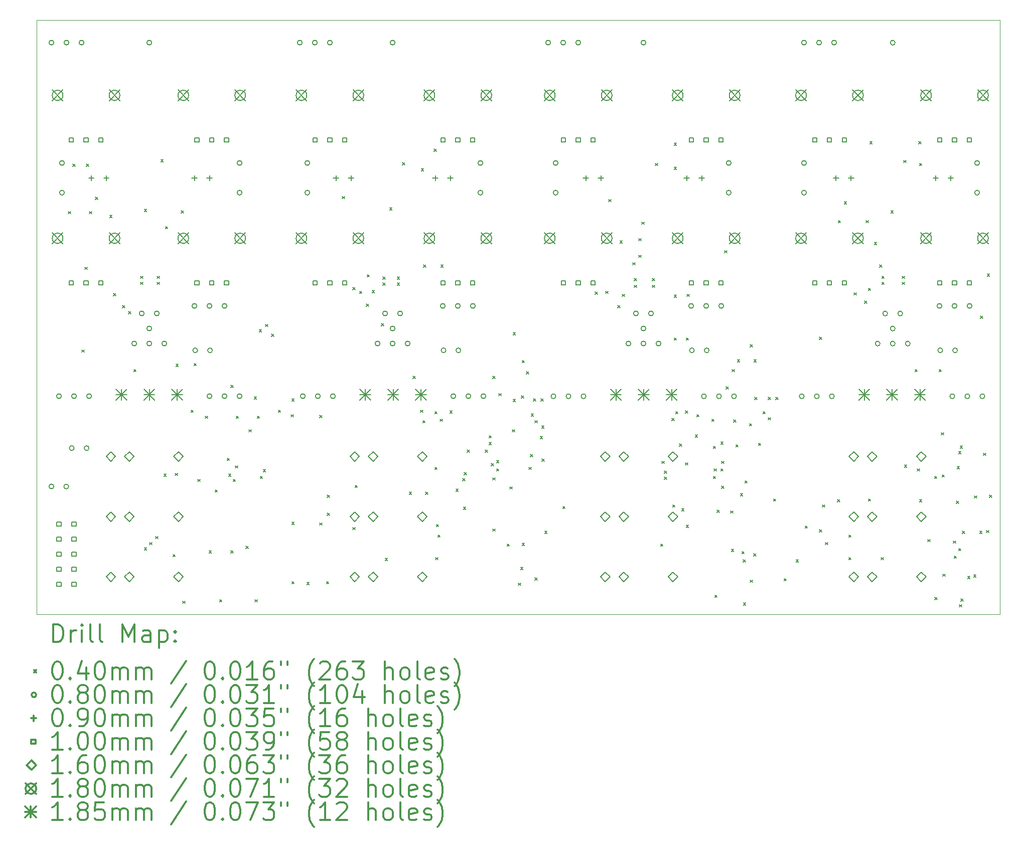
<source format=gbr>
%FSLAX45Y45*%
G04 Gerber Fmt 4.5, Leading zero omitted, Abs format (unit mm)*
G04 Created by KiCad (PCBNEW (5.1.6-0-10_14)) date 2022-01-19 09:40:43*
%MOMM*%
%LPD*%
G01*
G04 APERTURE LIST*
%TA.AperFunction,Profile*%
%ADD10C,0.050000*%
%TD*%
%ADD11C,0.200000*%
%ADD12C,0.300000*%
G04 APERTURE END LIST*
D10*
X6604000Y-14478000D02*
X22860000Y-14478000D01*
X6604000Y-4445000D02*
X6604000Y-14478000D01*
X22860000Y-4445000D02*
X6604000Y-4445000D01*
X22860000Y-14478000D02*
X22860000Y-4445000D01*
D11*
X7142800Y-7676200D02*
X7182800Y-7716200D01*
X7182800Y-7676200D02*
X7142800Y-7716200D01*
X7219000Y-6876100D02*
X7259000Y-6916100D01*
X7259000Y-6876100D02*
X7219000Y-6916100D01*
X7371891Y-10012509D02*
X7411891Y-10052509D01*
X7411891Y-10012509D02*
X7371891Y-10052509D01*
X7422200Y-8616000D02*
X7462200Y-8656000D01*
X7462200Y-8616000D02*
X7422200Y-8656000D01*
X7447600Y-6876100D02*
X7487600Y-6916100D01*
X7487600Y-6876100D02*
X7447600Y-6916100D01*
X7498400Y-7676200D02*
X7538400Y-7716200D01*
X7538400Y-7676200D02*
X7498400Y-7716200D01*
X7600000Y-7434900D02*
X7640000Y-7474900D01*
X7640000Y-7434900D02*
X7600000Y-7474900D01*
X7841300Y-7739700D02*
X7881300Y-7779700D01*
X7881300Y-7739700D02*
X7841300Y-7779700D01*
X7904800Y-9060500D02*
X7944800Y-9100500D01*
X7944800Y-9060500D02*
X7904800Y-9100500D01*
X8057200Y-9263700D02*
X8097200Y-9303700D01*
X8097200Y-9263700D02*
X8057200Y-9303700D01*
X8158800Y-9365300D02*
X8198800Y-9405300D01*
X8198800Y-9365300D02*
X8158800Y-9405300D01*
X8247700Y-10343200D02*
X8287700Y-10383200D01*
X8287700Y-10343200D02*
X8247700Y-10383200D01*
X8362000Y-8768400D02*
X8402000Y-8808400D01*
X8402000Y-8768400D02*
X8362000Y-8808400D01*
X8362000Y-8868400D02*
X8402000Y-8908400D01*
X8402000Y-8868400D02*
X8362000Y-8908400D01*
X8425500Y-7638100D02*
X8465500Y-7678100D01*
X8465500Y-7638100D02*
X8425500Y-7678100D01*
X8425500Y-13353100D02*
X8465500Y-13393100D01*
X8465500Y-13353100D02*
X8425500Y-13393100D01*
X8514400Y-13264200D02*
X8554400Y-13304200D01*
X8554400Y-13264200D02*
X8514400Y-13304200D01*
X8616000Y-13162600D02*
X8656000Y-13202600D01*
X8656000Y-13162600D02*
X8616000Y-13202600D01*
X8641400Y-8768400D02*
X8681400Y-8808400D01*
X8681400Y-8768400D02*
X8641400Y-8808400D01*
X8641400Y-8870000D02*
X8681400Y-8910000D01*
X8681400Y-8870000D02*
X8641400Y-8910000D01*
X8704900Y-6799900D02*
X8744900Y-6839900D01*
X8744900Y-6799900D02*
X8704900Y-6839900D01*
X8755700Y-12108500D02*
X8795700Y-12148500D01*
X8795700Y-12108500D02*
X8755700Y-12148500D01*
X8781100Y-7930200D02*
X8821100Y-7970200D01*
X8821100Y-7930200D02*
X8781100Y-7970200D01*
X8908100Y-13467400D02*
X8948100Y-13507400D01*
X8948100Y-13467400D02*
X8908100Y-13507400D01*
X8946200Y-12095800D02*
X8986200Y-12135800D01*
X8986200Y-12095800D02*
X8946200Y-12135800D01*
X8958900Y-10254300D02*
X8998900Y-10294300D01*
X8998900Y-10254300D02*
X8958900Y-10294300D01*
X9047800Y-7663500D02*
X9087800Y-7703500D01*
X9087800Y-7663500D02*
X9047800Y-7703500D01*
X9073200Y-14254800D02*
X9113200Y-14294800D01*
X9113200Y-14254800D02*
X9073200Y-14294800D01*
X9212900Y-11029000D02*
X9252900Y-11069000D01*
X9252900Y-11029000D02*
X9212900Y-11069000D01*
X9263700Y-10241600D02*
X9303700Y-10281600D01*
X9303700Y-10241600D02*
X9263700Y-10281600D01*
X9327200Y-12197400D02*
X9367200Y-12237400D01*
X9367200Y-12197400D02*
X9327200Y-12237400D01*
X9454200Y-11130600D02*
X9494200Y-11170600D01*
X9494200Y-11130600D02*
X9454200Y-11170600D01*
X9517700Y-13403900D02*
X9557700Y-13443900D01*
X9557700Y-13403900D02*
X9517700Y-13443900D01*
X9619300Y-12375200D02*
X9659300Y-12415200D01*
X9659300Y-12375200D02*
X9619300Y-12415200D01*
X9695500Y-14229400D02*
X9735500Y-14269400D01*
X9735500Y-14229400D02*
X9695500Y-14269400D01*
X9822500Y-11841800D02*
X9862500Y-11881800D01*
X9862500Y-11841800D02*
X9822500Y-11881800D01*
X9847900Y-12108500D02*
X9887900Y-12148500D01*
X9887900Y-12108500D02*
X9847900Y-12148500D01*
X9886000Y-10609900D02*
X9926000Y-10649900D01*
X9926000Y-10609900D02*
X9886000Y-10649900D01*
X9886000Y-13403900D02*
X9926000Y-13443900D01*
X9926000Y-13403900D02*
X9886000Y-13443900D01*
X9924100Y-12197400D02*
X9964100Y-12237400D01*
X9964100Y-12197400D02*
X9924100Y-12237400D01*
X9962200Y-11968800D02*
X10002200Y-12008800D01*
X10002200Y-11968800D02*
X9962200Y-12008800D01*
X9974900Y-11130600D02*
X10014900Y-11170600D01*
X10014900Y-11130600D02*
X9974900Y-11170600D01*
X10140000Y-13327700D02*
X10180000Y-13367700D01*
X10180000Y-13327700D02*
X10140000Y-13367700D01*
X10190800Y-11359200D02*
X10230800Y-11399200D01*
X10230800Y-11359200D02*
X10190800Y-11399200D01*
X10280334Y-10801034D02*
X10320334Y-10841034D01*
X10320334Y-10801034D02*
X10280334Y-10841034D01*
X10292400Y-14229400D02*
X10332400Y-14269400D01*
X10332400Y-14229400D02*
X10292400Y-14269400D01*
X10330500Y-11130600D02*
X10370500Y-11170600D01*
X10370500Y-11130600D02*
X10330500Y-11170600D01*
X10364700Y-9670100D02*
X10404700Y-9710100D01*
X10404700Y-9670100D02*
X10364700Y-9710100D01*
X10381300Y-12146600D02*
X10421300Y-12186600D01*
X10421300Y-12146600D02*
X10381300Y-12186600D01*
X10432100Y-12032300D02*
X10472100Y-12072300D01*
X10472100Y-12032300D02*
X10432100Y-12072300D01*
X10470200Y-9581200D02*
X10510200Y-9621200D01*
X10510200Y-9581200D02*
X10470200Y-9621200D01*
X10571800Y-9746300D02*
X10611800Y-9786300D01*
X10611800Y-9746300D02*
X10571800Y-9786300D01*
X10686100Y-11029000D02*
X10726100Y-11069000D01*
X10726100Y-11029000D02*
X10686100Y-11069000D01*
X10902000Y-11105200D02*
X10942000Y-11145200D01*
X10942000Y-11105200D02*
X10902000Y-11145200D01*
X10914700Y-10838500D02*
X10954700Y-10878500D01*
X10954700Y-10838500D02*
X10914700Y-10878500D01*
X10914700Y-12921300D02*
X10954700Y-12961300D01*
X10954700Y-12921300D02*
X10914700Y-12961300D01*
X10914700Y-13924600D02*
X10954700Y-13964600D01*
X10954700Y-13924600D02*
X10914700Y-13964600D01*
X11168700Y-13937300D02*
X11208700Y-13977300D01*
X11208700Y-13937300D02*
X11168700Y-13977300D01*
X11384600Y-11117900D02*
X11424600Y-11157900D01*
X11424600Y-11117900D02*
X11384600Y-11157900D01*
X11384600Y-12934000D02*
X11424600Y-12974000D01*
X11424600Y-12934000D02*
X11384600Y-12974000D01*
X11498900Y-13924600D02*
X11538900Y-13964600D01*
X11538900Y-13924600D02*
X11498900Y-13964600D01*
X11511600Y-12464100D02*
X11551600Y-12504100D01*
X11551600Y-12464100D02*
X11511600Y-12504100D01*
X11511600Y-12768900D02*
X11551600Y-12808900D01*
X11551600Y-12768900D02*
X11511600Y-12808900D01*
X11765600Y-7422200D02*
X11805600Y-7462200D01*
X11805600Y-7422200D02*
X11765600Y-7462200D01*
X11943400Y-8958900D02*
X11983400Y-8998900D01*
X11983400Y-8958900D02*
X11943400Y-8998900D01*
X11943400Y-13010200D02*
X11983400Y-13050200D01*
X11983400Y-13010200D02*
X11943400Y-13050200D01*
X11981500Y-12299000D02*
X12021500Y-12339000D01*
X12021500Y-12299000D02*
X11981500Y-12339000D01*
X12057700Y-9022400D02*
X12097700Y-9062400D01*
X12097700Y-9022400D02*
X12057700Y-9062400D01*
X12172000Y-9238300D02*
X12212000Y-9278300D01*
X12212000Y-9238300D02*
X12172000Y-9278300D01*
X12184700Y-8743000D02*
X12224700Y-8783000D01*
X12224700Y-8743000D02*
X12184700Y-8783000D01*
X12268833Y-9009700D02*
X12308833Y-9049700D01*
X12308833Y-9009700D02*
X12268833Y-9049700D01*
X12426000Y-9568500D02*
X12466000Y-9608500D01*
X12466000Y-9568500D02*
X12426000Y-9608500D01*
X12451400Y-8781100D02*
X12491400Y-8821100D01*
X12491400Y-8781100D02*
X12451400Y-8821100D01*
X12451400Y-8882700D02*
X12491400Y-8922700D01*
X12491400Y-8882700D02*
X12451400Y-8922700D01*
X12489500Y-13530900D02*
X12529500Y-13570900D01*
X12529500Y-13530900D02*
X12489500Y-13570900D01*
X12565700Y-7612700D02*
X12605700Y-7652700D01*
X12605700Y-7612700D02*
X12565700Y-7652700D01*
X12692700Y-8781100D02*
X12732700Y-8821100D01*
X12732700Y-8781100D02*
X12692700Y-8821100D01*
X12692700Y-8882700D02*
X12732700Y-8922700D01*
X12732700Y-8882700D02*
X12692700Y-8922700D01*
X12781600Y-6850700D02*
X12821600Y-6890700D01*
X12821600Y-6850700D02*
X12781600Y-6890700D01*
X12895900Y-12413300D02*
X12935900Y-12453300D01*
X12935900Y-12413300D02*
X12895900Y-12453300D01*
X12959400Y-10457500D02*
X12999400Y-10497500D01*
X12999400Y-10457500D02*
X12959400Y-10497500D01*
X13086400Y-11029000D02*
X13126400Y-11069000D01*
X13126400Y-11029000D02*
X13086400Y-11069000D01*
X13099100Y-6952300D02*
X13139100Y-6992300D01*
X13139100Y-6952300D02*
X13099100Y-6992300D01*
X13124500Y-11206800D02*
X13164500Y-11246800D01*
X13164500Y-11206800D02*
X13124500Y-11246800D01*
X13137200Y-8577900D02*
X13177200Y-8617900D01*
X13177200Y-8577900D02*
X13137200Y-8617900D01*
X13168300Y-12413300D02*
X13208300Y-12453300D01*
X13208300Y-12413300D02*
X13168300Y-12453300D01*
X13315000Y-6622100D02*
X13355000Y-6662100D01*
X13355000Y-6622100D02*
X13315000Y-6662100D01*
X13327700Y-11054400D02*
X13367700Y-11094400D01*
X13367700Y-11054400D02*
X13327700Y-11094400D01*
X13327700Y-11994200D02*
X13367700Y-12034200D01*
X13367700Y-11994200D02*
X13327700Y-12034200D01*
X13340400Y-13518200D02*
X13380400Y-13558200D01*
X13380400Y-13518200D02*
X13340400Y-13558200D01*
X13353100Y-12959400D02*
X13393100Y-12999400D01*
X13393100Y-12959400D02*
X13353100Y-12999400D01*
X13378500Y-13137200D02*
X13418500Y-13177200D01*
X13418500Y-13137200D02*
X13378500Y-13177200D01*
X13416600Y-11181400D02*
X13456600Y-11221400D01*
X13456600Y-11181400D02*
X13416600Y-11221400D01*
X13429300Y-8577900D02*
X13469300Y-8617900D01*
X13469300Y-8577900D02*
X13429300Y-8617900D01*
X13581700Y-11041700D02*
X13621700Y-11081700D01*
X13621700Y-11041700D02*
X13581700Y-11081700D01*
X13683300Y-12362500D02*
X13723300Y-12402500D01*
X13723300Y-12362500D02*
X13683300Y-12402500D01*
X13797600Y-12184700D02*
X13837600Y-12224700D01*
X13837600Y-12184700D02*
X13797600Y-12224700D01*
X13810300Y-12667300D02*
X13850300Y-12707300D01*
X13850300Y-12667300D02*
X13810300Y-12707300D01*
X13823000Y-12083100D02*
X13863000Y-12123100D01*
X13863000Y-12083100D02*
X13823000Y-12123100D01*
X13873800Y-11702100D02*
X13913800Y-11742100D01*
X13913800Y-11702100D02*
X13873800Y-11742100D01*
X14178600Y-11702100D02*
X14218600Y-11742100D01*
X14218600Y-11702100D02*
X14178600Y-11742100D01*
X14242100Y-11460800D02*
X14282100Y-11500800D01*
X14282100Y-11460800D02*
X14242100Y-11500800D01*
X14242100Y-11575100D02*
X14282100Y-11615100D01*
X14282100Y-11575100D02*
X14242100Y-11615100D01*
X14280200Y-11930700D02*
X14320200Y-11970700D01*
X14320200Y-11930700D02*
X14280200Y-11970700D01*
X14305600Y-10457500D02*
X14345600Y-10497500D01*
X14345600Y-10457500D02*
X14305600Y-10497500D01*
X14305600Y-12172000D02*
X14345600Y-12212000D01*
X14345600Y-12172000D02*
X14305600Y-12212000D01*
X14305600Y-13035600D02*
X14345600Y-13075600D01*
X14345600Y-13035600D02*
X14305600Y-13075600D01*
X14369100Y-11879900D02*
X14409100Y-11919900D01*
X14409100Y-11879900D02*
X14369100Y-11919900D01*
X14369100Y-12019600D02*
X14409100Y-12059600D01*
X14409100Y-12019600D02*
X14369100Y-12059600D01*
X14407200Y-10749600D02*
X14447200Y-10789600D01*
X14447200Y-10749600D02*
X14407200Y-10789600D01*
X14546900Y-13289600D02*
X14586900Y-13329600D01*
X14586900Y-13289600D02*
X14546900Y-13329600D01*
X14591250Y-12324400D02*
X14631250Y-12364400D01*
X14631250Y-12324400D02*
X14591250Y-12364400D01*
X14635800Y-11359200D02*
X14675800Y-11399200D01*
X14675800Y-11359200D02*
X14635800Y-11399200D01*
X14648500Y-10849000D02*
X14688500Y-10889000D01*
X14688500Y-10849000D02*
X14648500Y-10889000D01*
X14648990Y-9721391D02*
X14688990Y-9761391D01*
X14688990Y-9721391D02*
X14648990Y-9761391D01*
X14737400Y-13950000D02*
X14777400Y-13990000D01*
X14777400Y-13950000D02*
X14737400Y-13990000D01*
X14775500Y-13683300D02*
X14815500Y-13723300D01*
X14815500Y-13683300D02*
X14775500Y-13723300D01*
X14788200Y-10787700D02*
X14828200Y-10827700D01*
X14828200Y-10787700D02*
X14788200Y-10827700D01*
X14800900Y-10190800D02*
X14840900Y-10230800D01*
X14840900Y-10190800D02*
X14800900Y-10230800D01*
X14800900Y-13276900D02*
X14840900Y-13316900D01*
X14840900Y-13276900D02*
X14800900Y-13316900D01*
X14873400Y-10381300D02*
X14913400Y-10421300D01*
X14913400Y-10381300D02*
X14873400Y-10421300D01*
X14915200Y-11994200D02*
X14955200Y-12034200D01*
X14955200Y-11994200D02*
X14915200Y-12034200D01*
X14940600Y-11778300D02*
X14980600Y-11818300D01*
X14980600Y-11778300D02*
X14940600Y-11818300D01*
X14953300Y-11092500D02*
X14993300Y-11132500D01*
X14993300Y-11092500D02*
X14953300Y-11132500D01*
X14991400Y-10838500D02*
X15031400Y-10878500D01*
X15031400Y-10838500D02*
X14991400Y-10878500D01*
X15016800Y-11206800D02*
X15056800Y-11246800D01*
X15056800Y-11206800D02*
X15016800Y-11246800D01*
X15016800Y-13861100D02*
X15056800Y-13901100D01*
X15056800Y-13861100D02*
X15016800Y-13901100D01*
X15105700Y-11473500D02*
X15145700Y-11513500D01*
X15145700Y-11473500D02*
X15105700Y-11513500D01*
X15116805Y-10840095D02*
X15156805Y-10880095D01*
X15156805Y-10840095D02*
X15116805Y-10880095D01*
X15131100Y-11295700D02*
X15171100Y-11335700D01*
X15171100Y-11295700D02*
X15131100Y-11335700D01*
X15135000Y-11854500D02*
X15175000Y-11894500D01*
X15175000Y-11854500D02*
X15135000Y-11894500D01*
X15181900Y-13073700D02*
X15221900Y-13113700D01*
X15221900Y-13073700D02*
X15181900Y-13113700D01*
X15486700Y-12654600D02*
X15526700Y-12694600D01*
X15526700Y-12654600D02*
X15486700Y-12694600D01*
X16032800Y-9035100D02*
X16072800Y-9075100D01*
X16072800Y-9035100D02*
X16032800Y-9075100D01*
X16210600Y-9022400D02*
X16250600Y-9062400D01*
X16250600Y-9022400D02*
X16210600Y-9062400D01*
X16261400Y-7473000D02*
X16301400Y-7513000D01*
X16301400Y-7473000D02*
X16261400Y-7513000D01*
X16413800Y-9263700D02*
X16453800Y-9303700D01*
X16453800Y-9263700D02*
X16413800Y-9303700D01*
X16451900Y-8171500D02*
X16491900Y-8211500D01*
X16491900Y-8171500D02*
X16451900Y-8211500D01*
X16490000Y-9073200D02*
X16530000Y-9113200D01*
X16530000Y-9073200D02*
X16490000Y-9113200D01*
X16667800Y-8539800D02*
X16707800Y-8579800D01*
X16707800Y-8539800D02*
X16667800Y-8579800D01*
X16693200Y-8806500D02*
X16733200Y-8846500D01*
X16733200Y-8806500D02*
X16693200Y-8846500D01*
X16693200Y-8920800D02*
X16733200Y-8960800D01*
X16733200Y-8920800D02*
X16693200Y-8960800D01*
X16769400Y-8133400D02*
X16809400Y-8173400D01*
X16809400Y-8133400D02*
X16769400Y-8173400D01*
X16769400Y-8412800D02*
X16809400Y-8452800D01*
X16809400Y-8412800D02*
X16769400Y-8452800D01*
X16820200Y-7854051D02*
X16860200Y-7894051D01*
X16860200Y-7854051D02*
X16820200Y-7894051D01*
X16998000Y-8806500D02*
X17038000Y-8846500D01*
X17038000Y-8806500D02*
X16998000Y-8846500D01*
X16998000Y-8920800D02*
X17038000Y-8960800D01*
X17038000Y-8920800D02*
X16998000Y-8960800D01*
X17048800Y-6863400D02*
X17088800Y-6903400D01*
X17088800Y-6863400D02*
X17048800Y-6903400D01*
X17137700Y-13289600D02*
X17177700Y-13329600D01*
X17177700Y-13289600D02*
X17137700Y-13329600D01*
X17156199Y-11892600D02*
X17196199Y-11932600D01*
X17196199Y-11892600D02*
X17156199Y-11932600D01*
X17201200Y-12057700D02*
X17241200Y-12097700D01*
X17241200Y-12057700D02*
X17201200Y-12097700D01*
X17201200Y-12159300D02*
X17241200Y-12199300D01*
X17241200Y-12159300D02*
X17201200Y-12199300D01*
X17327735Y-11168235D02*
X17367735Y-11208235D01*
X17367735Y-11168235D02*
X17327735Y-11208235D01*
X17340900Y-12629200D02*
X17380900Y-12669200D01*
X17380900Y-12629200D02*
X17340900Y-12669200D01*
X17366300Y-6520500D02*
X17406300Y-6560500D01*
X17406300Y-6520500D02*
X17366300Y-6560500D01*
X17366300Y-6926900D02*
X17406300Y-6966900D01*
X17406300Y-6926900D02*
X17366300Y-6966900D01*
X17366300Y-9085900D02*
X17406300Y-9125900D01*
X17406300Y-9085900D02*
X17366300Y-9125900D01*
X17366300Y-9809800D02*
X17406300Y-9849800D01*
X17406300Y-9809800D02*
X17366300Y-9849800D01*
X17391700Y-11054400D02*
X17431700Y-11094400D01*
X17431700Y-11054400D02*
X17391700Y-11094400D01*
X17455200Y-11600500D02*
X17495200Y-11640500D01*
X17495200Y-11600500D02*
X17455200Y-11640500D01*
X17493300Y-12692700D02*
X17533300Y-12732700D01*
X17533300Y-12692700D02*
X17493300Y-12732700D01*
X17556800Y-11041700D02*
X17596800Y-11081700D01*
X17596800Y-11041700D02*
X17556800Y-11081700D01*
X17556800Y-11918000D02*
X17596800Y-11958000D01*
X17596800Y-11918000D02*
X17556800Y-11958000D01*
X17569500Y-9809800D02*
X17609500Y-9849800D01*
X17609500Y-9809800D02*
X17569500Y-9849800D01*
X17569500Y-12972100D02*
X17609500Y-13012100D01*
X17609500Y-12972100D02*
X17569500Y-13012100D01*
X17582200Y-9073200D02*
X17622200Y-9113200D01*
X17622200Y-9073200D02*
X17582200Y-9113200D01*
X17721900Y-11448100D02*
X17761900Y-11488100D01*
X17761900Y-11448100D02*
X17721900Y-11488100D01*
X17747300Y-11105200D02*
X17787300Y-11145200D01*
X17787300Y-11105200D02*
X17747300Y-11145200D01*
X18001300Y-11181400D02*
X18041300Y-11221400D01*
X18041300Y-11181400D02*
X18001300Y-11221400D01*
X18026700Y-11638600D02*
X18066700Y-11678600D01*
X18066700Y-11638600D02*
X18026700Y-11678600D01*
X18026700Y-12146600D02*
X18066700Y-12186600D01*
X18066700Y-12146600D02*
X18026700Y-12186600D01*
X18039400Y-12019600D02*
X18079400Y-12059600D01*
X18079400Y-12019600D02*
X18039400Y-12059600D01*
X18052100Y-14153200D02*
X18092100Y-14193200D01*
X18092100Y-14153200D02*
X18052100Y-14193200D01*
X18090200Y-12718100D02*
X18130200Y-12758100D01*
X18130200Y-12718100D02*
X18090200Y-12758100D01*
X18153700Y-11566100D02*
X18193700Y-11606100D01*
X18193700Y-11566100D02*
X18153700Y-11606100D01*
X18153700Y-12019600D02*
X18193700Y-12059600D01*
X18193700Y-12019600D02*
X18153700Y-12059600D01*
X18166400Y-11892600D02*
X18206400Y-11932600D01*
X18206400Y-11892600D02*
X18166400Y-11932600D01*
X18166400Y-12311700D02*
X18206400Y-12351700D01*
X18206400Y-12311700D02*
X18166400Y-12351700D01*
X18217200Y-8336600D02*
X18257200Y-8376600D01*
X18257200Y-8336600D02*
X18217200Y-8376600D01*
X18242600Y-10635300D02*
X18282600Y-10675300D01*
X18282600Y-10635300D02*
X18242600Y-10675300D01*
X18318800Y-12730800D02*
X18358800Y-12770800D01*
X18358800Y-12730800D02*
X18318800Y-12770800D01*
X18331500Y-13378500D02*
X18371500Y-13418500D01*
X18371500Y-13378500D02*
X18331500Y-13418500D01*
X18344200Y-10343200D02*
X18384200Y-10383200D01*
X18384200Y-10343200D02*
X18344200Y-10383200D01*
X18369600Y-11194100D02*
X18409600Y-11234100D01*
X18409600Y-11194100D02*
X18369600Y-11234100D01*
X18407700Y-11613200D02*
X18447700Y-11653200D01*
X18447700Y-11613200D02*
X18407700Y-11653200D01*
X18433100Y-10178100D02*
X18473100Y-10218100D01*
X18473100Y-10178100D02*
X18433100Y-10218100D01*
X18483900Y-12438700D02*
X18523900Y-12478700D01*
X18523900Y-12438700D02*
X18483900Y-12478700D01*
X18509300Y-13416600D02*
X18549300Y-13456600D01*
X18549300Y-13416600D02*
X18509300Y-13456600D01*
X18530773Y-13552373D02*
X18570773Y-13592373D01*
X18570773Y-13552373D02*
X18530773Y-13592373D01*
X18534700Y-14284100D02*
X18574700Y-14324100D01*
X18574700Y-14284100D02*
X18534700Y-14324100D01*
X18560100Y-12222800D02*
X18600100Y-12262800D01*
X18600100Y-12222800D02*
X18560100Y-12262800D01*
X18636300Y-11257600D02*
X18676300Y-11297600D01*
X18676300Y-11257600D02*
X18636300Y-11297600D01*
X18649000Y-9924100D02*
X18689000Y-9964100D01*
X18689000Y-9924100D02*
X18649000Y-9964100D01*
X18649000Y-13899200D02*
X18689000Y-13939200D01*
X18689000Y-13899200D02*
X18649000Y-13939200D01*
X18706250Y-13454700D02*
X18746250Y-13494700D01*
X18746250Y-13454700D02*
X18706250Y-13494700D01*
X18712500Y-10178100D02*
X18752500Y-10218100D01*
X18752500Y-10178100D02*
X18712500Y-10218100D01*
X18725200Y-10813100D02*
X18765200Y-10853100D01*
X18765200Y-10813100D02*
X18725200Y-10853100D01*
X18788700Y-11587800D02*
X18828700Y-11627800D01*
X18828700Y-11587800D02*
X18788700Y-11627800D01*
X18864900Y-11054400D02*
X18904900Y-11094400D01*
X18904900Y-11054400D02*
X18864900Y-11094400D01*
X18953800Y-10813100D02*
X18993800Y-10853100D01*
X18993800Y-10813100D02*
X18953800Y-10853100D01*
X18953800Y-11156000D02*
X18993800Y-11196000D01*
X18993800Y-11156000D02*
X18953800Y-11196000D01*
X19042700Y-12527600D02*
X19082700Y-12567600D01*
X19082700Y-12527600D02*
X19042700Y-12567600D01*
X19080800Y-10813100D02*
X19120800Y-10853100D01*
X19120800Y-10813100D02*
X19080800Y-10853100D01*
X19220500Y-13873800D02*
X19260500Y-13913800D01*
X19260500Y-13873800D02*
X19220500Y-13913800D01*
X19423700Y-13556300D02*
X19463700Y-13596300D01*
X19463700Y-13556300D02*
X19423700Y-13596300D01*
X19576100Y-12984800D02*
X19616100Y-13024800D01*
X19616100Y-12984800D02*
X19576100Y-13024800D01*
X19817400Y-9797100D02*
X19857400Y-9837100D01*
X19857400Y-9797100D02*
X19817400Y-9837100D01*
X19817400Y-13048300D02*
X19857400Y-13088300D01*
X19857400Y-13048300D02*
X19817400Y-13088300D01*
X19868200Y-12629200D02*
X19908200Y-12669200D01*
X19908200Y-12629200D02*
X19868200Y-12669200D01*
X19919000Y-13264200D02*
X19959000Y-13304200D01*
X19959000Y-13264200D02*
X19919000Y-13304200D01*
X20122200Y-12540300D02*
X20162200Y-12580300D01*
X20162200Y-12540300D02*
X20122200Y-12580300D01*
X20134900Y-7828600D02*
X20174900Y-7868600D01*
X20174900Y-7828600D02*
X20134900Y-7868600D01*
X20236500Y-7511100D02*
X20276500Y-7551100D01*
X20276500Y-7511100D02*
X20236500Y-7551100D01*
X20312700Y-13137200D02*
X20352700Y-13177200D01*
X20352700Y-13137200D02*
X20312700Y-13177200D01*
X20312700Y-13518200D02*
X20352700Y-13558200D01*
X20352700Y-13518200D02*
X20312700Y-13558200D01*
X20401600Y-9047800D02*
X20441600Y-9087800D01*
X20441600Y-9047800D02*
X20401600Y-9087800D01*
X20579400Y-9187500D02*
X20619400Y-9227500D01*
X20619400Y-9187500D02*
X20579400Y-9227500D01*
X20604800Y-7828600D02*
X20644800Y-7868600D01*
X20644800Y-7828600D02*
X20604800Y-7868600D01*
X20642900Y-8971600D02*
X20682900Y-9011600D01*
X20682900Y-8971600D02*
X20642900Y-9011600D01*
X20642900Y-12527600D02*
X20682900Y-12567600D01*
X20682900Y-12527600D02*
X20642900Y-12567600D01*
X20668300Y-6495100D02*
X20708300Y-6535100D01*
X20708300Y-6495100D02*
X20668300Y-6535100D01*
X20744500Y-8196900D02*
X20784500Y-8236900D01*
X20784500Y-8196900D02*
X20744500Y-8236900D01*
X20833400Y-8577900D02*
X20873400Y-8617900D01*
X20873400Y-8577900D02*
X20833400Y-8617900D01*
X20858800Y-13518200D02*
X20898800Y-13558200D01*
X20898800Y-13518200D02*
X20858800Y-13558200D01*
X20871500Y-8768400D02*
X20911500Y-8808400D01*
X20911500Y-8768400D02*
X20871500Y-8808400D01*
X20871500Y-8870000D02*
X20911500Y-8910000D01*
X20911500Y-8870000D02*
X20871500Y-8910000D01*
X21023900Y-7663500D02*
X21063900Y-7703500D01*
X21063900Y-7663500D02*
X21023900Y-7703500D01*
X21214400Y-8768400D02*
X21254400Y-8808400D01*
X21254400Y-8768400D02*
X21214400Y-8808400D01*
X21214400Y-8870000D02*
X21254400Y-8910000D01*
X21254400Y-8870000D02*
X21214400Y-8910000D01*
X21239800Y-6812600D02*
X21279800Y-6852600D01*
X21279800Y-6812600D02*
X21239800Y-6852600D01*
X21252500Y-11956100D02*
X21292500Y-11996100D01*
X21292500Y-11956100D02*
X21252500Y-11996100D01*
X21430300Y-10343200D02*
X21470300Y-10383200D01*
X21470300Y-10343200D02*
X21430300Y-10383200D01*
X21468900Y-12019600D02*
X21508900Y-12059600D01*
X21508900Y-12019600D02*
X21468900Y-12059600D01*
X21493800Y-6495100D02*
X21533800Y-6535100D01*
X21533800Y-6495100D02*
X21493800Y-6535100D01*
X21506500Y-6863400D02*
X21546500Y-6903400D01*
X21546500Y-6863400D02*
X21506500Y-6903400D01*
X21506500Y-12540300D02*
X21546500Y-12580300D01*
X21546500Y-12540300D02*
X21506500Y-12580300D01*
X21646200Y-13213400D02*
X21686200Y-13253400D01*
X21686200Y-13213400D02*
X21646200Y-13253400D01*
X21760035Y-12146135D02*
X21800035Y-12186135D01*
X21800035Y-12146135D02*
X21760035Y-12186135D01*
X21762240Y-14193040D02*
X21802240Y-14233040D01*
X21802240Y-14193040D02*
X21762240Y-14233040D01*
X21836700Y-10343200D02*
X21876700Y-10383200D01*
X21876700Y-10343200D02*
X21836700Y-10383200D01*
X21874800Y-11410000D02*
X21914800Y-11450000D01*
X21914800Y-11410000D02*
X21874800Y-11450000D01*
X21874800Y-11410000D02*
X21914800Y-11450000D01*
X21914800Y-11410000D02*
X21874800Y-11450000D01*
X21887500Y-12121200D02*
X21927500Y-12161200D01*
X21927500Y-12121200D02*
X21887500Y-12161200D01*
X21900200Y-13797600D02*
X21940200Y-13837600D01*
X21940200Y-13797600D02*
X21900200Y-13837600D01*
X22078000Y-13238800D02*
X22118000Y-13278800D01*
X22118000Y-13238800D02*
X22078000Y-13278800D01*
X22090700Y-13492800D02*
X22130700Y-13532800D01*
X22130700Y-13492800D02*
X22090700Y-13532800D01*
X22128800Y-12565700D02*
X22168800Y-12605700D01*
X22168800Y-12565700D02*
X22128800Y-12605700D01*
X22141500Y-11981500D02*
X22181500Y-12021500D01*
X22181500Y-11981500D02*
X22141500Y-12021500D01*
X22166900Y-11727500D02*
X22206900Y-11767500D01*
X22206900Y-11727500D02*
X22166900Y-11767500D01*
X22166900Y-13365800D02*
X22206900Y-13405800D01*
X22206900Y-13365800D02*
X22166900Y-13405800D01*
X22180746Y-14313714D02*
X22220746Y-14353714D01*
X22220746Y-14313714D02*
X22180746Y-14353714D01*
X22191650Y-11630611D02*
X22231650Y-11670611D01*
X22231650Y-11630611D02*
X22191650Y-11670611D01*
X22205000Y-14216700D02*
X22245000Y-14256700D01*
X22245000Y-14216700D02*
X22205000Y-14256700D01*
X22230400Y-13073700D02*
X22270400Y-13113700D01*
X22270400Y-13073700D02*
X22230400Y-13113700D01*
X22319300Y-13835700D02*
X22359300Y-13875700D01*
X22359300Y-13835700D02*
X22319300Y-13875700D01*
X22420900Y-13810300D02*
X22460900Y-13850300D01*
X22460900Y-13810300D02*
X22420900Y-13850300D01*
X22433600Y-12476800D02*
X22473600Y-12516800D01*
X22473600Y-12476800D02*
X22433600Y-12516800D01*
X22522500Y-13073700D02*
X22562500Y-13113700D01*
X22562500Y-13073700D02*
X22522500Y-13113700D01*
X22535200Y-9441500D02*
X22575200Y-9481500D01*
X22575200Y-9441500D02*
X22535200Y-9481500D01*
X22586985Y-11755086D02*
X22626985Y-11795086D01*
X22626985Y-11755086D02*
X22586985Y-11795086D01*
X22636800Y-13061000D02*
X22676800Y-13101000D01*
X22676800Y-13061000D02*
X22636800Y-13101000D01*
X22649500Y-8730300D02*
X22689500Y-8770300D01*
X22689500Y-8730300D02*
X22649500Y-8770300D01*
X22687600Y-12464100D02*
X22727600Y-12504100D01*
X22727600Y-12464100D02*
X22687600Y-12504100D01*
X13502000Y-9271000D02*
G75*
G03*
X13502000Y-9271000I-40000J0D01*
G01*
X13756000Y-9271000D02*
G75*
G03*
X13756000Y-9271000I-40000J0D01*
G01*
X14010000Y-9271000D02*
G75*
G03*
X14010000Y-9271000I-40000J0D01*
G01*
X8295000Y-9906000D02*
G75*
G03*
X8295000Y-9906000I-40000J0D01*
G01*
X8422000Y-9398000D02*
G75*
G03*
X8422000Y-9398000I-40000J0D01*
G01*
X8549000Y-4826000D02*
G75*
G03*
X8549000Y-4826000I-40000J0D01*
G01*
X8549000Y-9652000D02*
G75*
G03*
X8549000Y-9652000I-40000J0D01*
G01*
X8549000Y-9906000D02*
G75*
G03*
X8549000Y-9906000I-40000J0D01*
G01*
X8676000Y-9398000D02*
G75*
G03*
X8676000Y-9398000I-40000J0D01*
G01*
X8803000Y-9906000D02*
G75*
G03*
X8803000Y-9906000I-40000J0D01*
G01*
X11139800Y-10795000D02*
G75*
G03*
X11139800Y-10795000I-40000J0D01*
G01*
X11393800Y-10795000D02*
G75*
G03*
X11393800Y-10795000I-40000J0D01*
G01*
X11647800Y-10795000D02*
G75*
G03*
X11647800Y-10795000I-40000J0D01*
G01*
X10073000Y-6858000D02*
G75*
G03*
X10073000Y-6858000I-40000J0D01*
G01*
X10073000Y-7358000D02*
G75*
G03*
X10073000Y-7358000I-40000J0D01*
G01*
X11216000Y-6858000D02*
G75*
G03*
X11216000Y-6858000I-40000J0D01*
G01*
X11216000Y-7358000D02*
G75*
G03*
X11216000Y-7358000I-40000J0D01*
G01*
X22099900Y-10795000D02*
G75*
G03*
X22099900Y-10795000I-40000J0D01*
G01*
X22353900Y-10795000D02*
G75*
G03*
X22353900Y-10795000I-40000J0D01*
G01*
X22607900Y-10795000D02*
G75*
G03*
X22607900Y-10795000I-40000J0D01*
G01*
X17705700Y-10020300D02*
G75*
G03*
X17705700Y-10020300I-40000J0D01*
G01*
X17955700Y-10020300D02*
G75*
G03*
X17955700Y-10020300I-40000J0D01*
G01*
X16634667Y-9906000D02*
G75*
G03*
X16634667Y-9906000I-40000J0D01*
G01*
X16761667Y-9398000D02*
G75*
G03*
X16761667Y-9398000I-40000J0D01*
G01*
X16888667Y-4826000D02*
G75*
G03*
X16888667Y-4826000I-40000J0D01*
G01*
X16888667Y-9652000D02*
G75*
G03*
X16888667Y-9652000I-40000J0D01*
G01*
X16888667Y-9906000D02*
G75*
G03*
X16888667Y-9906000I-40000J0D01*
G01*
X17015667Y-9398000D02*
G75*
G03*
X17015667Y-9398000I-40000J0D01*
G01*
X17142667Y-9906000D02*
G75*
G03*
X17142667Y-9906000I-40000J0D01*
G01*
X21884000Y-9271000D02*
G75*
G03*
X21884000Y-9271000I-40000J0D01*
G01*
X22138000Y-9271000D02*
G75*
G03*
X22138000Y-9271000I-40000J0D01*
G01*
X22392000Y-9271000D02*
G75*
G03*
X22392000Y-9271000I-40000J0D01*
G01*
X6898000Y-12319000D02*
G75*
G03*
X6898000Y-12319000I-40000J0D01*
G01*
X7148000Y-12319000D02*
G75*
G03*
X7148000Y-12319000I-40000J0D01*
G01*
X15368900Y-10795000D02*
G75*
G03*
X15368900Y-10795000I-40000J0D01*
G01*
X15622900Y-10795000D02*
G75*
G03*
X15622900Y-10795000I-40000J0D01*
G01*
X15876900Y-10795000D02*
G75*
G03*
X15876900Y-10795000I-40000J0D01*
G01*
X6898000Y-4826000D02*
G75*
G03*
X6898000Y-4826000I-40000J0D01*
G01*
X7152000Y-4826000D02*
G75*
G03*
X7152000Y-4826000I-40000J0D01*
G01*
X7406000Y-4826000D02*
G75*
G03*
X7406000Y-4826000I-40000J0D01*
G01*
X9323700Y-10020300D02*
G75*
G03*
X9323700Y-10020300I-40000J0D01*
G01*
X9573700Y-10020300D02*
G75*
G03*
X9573700Y-10020300I-40000J0D01*
G01*
X12401333Y-9906000D02*
G75*
G03*
X12401333Y-9906000I-40000J0D01*
G01*
X12528333Y-9398000D02*
G75*
G03*
X12528333Y-9398000I-40000J0D01*
G01*
X12655333Y-4826000D02*
G75*
G03*
X12655333Y-4826000I-40000J0D01*
G01*
X12655333Y-9652000D02*
G75*
G03*
X12655333Y-9652000I-40000J0D01*
G01*
X12655333Y-9906000D02*
G75*
G03*
X12655333Y-9906000I-40000J0D01*
G01*
X12782333Y-9398000D02*
G75*
G03*
X12782333Y-9398000I-40000J0D01*
G01*
X12909333Y-9906000D02*
G75*
G03*
X12909333Y-9906000I-40000J0D01*
G01*
X9565000Y-10795000D02*
G75*
G03*
X9565000Y-10795000I-40000J0D01*
G01*
X9819000Y-10795000D02*
G75*
G03*
X9819000Y-10795000I-40000J0D01*
G01*
X10073000Y-10795000D02*
G75*
G03*
X10073000Y-10795000I-40000J0D01*
G01*
X11089000Y-4826000D02*
G75*
G03*
X11089000Y-4826000I-40000J0D01*
G01*
X11343000Y-4826000D02*
G75*
G03*
X11343000Y-4826000I-40000J0D01*
G01*
X11597000Y-4826000D02*
G75*
G03*
X11597000Y-4826000I-40000J0D01*
G01*
X7240900Y-11671300D02*
G75*
G03*
X7240900Y-11671300I-40000J0D01*
G01*
X7490900Y-11671300D02*
G75*
G03*
X7490900Y-11671300I-40000J0D01*
G01*
X15280000Y-4826000D02*
G75*
G03*
X15280000Y-4826000I-40000J0D01*
G01*
X15534000Y-4826000D02*
G75*
G03*
X15534000Y-4826000I-40000J0D01*
G01*
X15788000Y-4826000D02*
G75*
G03*
X15788000Y-4826000I-40000J0D01*
G01*
X15407000Y-6858000D02*
G75*
G03*
X15407000Y-6858000I-40000J0D01*
G01*
X15407000Y-7358000D02*
G75*
G03*
X15407000Y-7358000I-40000J0D01*
G01*
X14137000Y-6858000D02*
G75*
G03*
X14137000Y-6858000I-40000J0D01*
G01*
X14137000Y-7358000D02*
G75*
G03*
X14137000Y-7358000I-40000J0D01*
G01*
X19598000Y-6858000D02*
G75*
G03*
X19598000Y-6858000I-40000J0D01*
G01*
X19598000Y-7358000D02*
G75*
G03*
X19598000Y-7358000I-40000J0D01*
G01*
X20841000Y-9906000D02*
G75*
G03*
X20841000Y-9906000I-40000J0D01*
G01*
X20968000Y-9398000D02*
G75*
G03*
X20968000Y-9398000I-40000J0D01*
G01*
X21095000Y-4826000D02*
G75*
G03*
X21095000Y-4826000I-40000J0D01*
G01*
X21095000Y-9652000D02*
G75*
G03*
X21095000Y-9652000I-40000J0D01*
G01*
X21095000Y-9906000D02*
G75*
G03*
X21095000Y-9906000I-40000J0D01*
G01*
X21222000Y-9398000D02*
G75*
G03*
X21222000Y-9398000I-40000J0D01*
G01*
X21349000Y-9906000D02*
G75*
G03*
X21349000Y-9906000I-40000J0D01*
G01*
X19559900Y-10795000D02*
G75*
G03*
X19559900Y-10795000I-40000J0D01*
G01*
X19813900Y-10795000D02*
G75*
G03*
X19813900Y-10795000I-40000J0D01*
G01*
X20067900Y-10795000D02*
G75*
G03*
X20067900Y-10795000I-40000J0D01*
G01*
X7025000Y-10795000D02*
G75*
G03*
X7025000Y-10795000I-40000J0D01*
G01*
X7279000Y-10795000D02*
G75*
G03*
X7279000Y-10795000I-40000J0D01*
G01*
X7533000Y-10795000D02*
G75*
G03*
X7533000Y-10795000I-40000J0D01*
G01*
X21896700Y-10020300D02*
G75*
G03*
X21896700Y-10020300I-40000J0D01*
G01*
X22146700Y-10020300D02*
G75*
G03*
X22146700Y-10020300I-40000J0D01*
G01*
X9311000Y-9271000D02*
G75*
G03*
X9311000Y-9271000I-40000J0D01*
G01*
X9565000Y-9271000D02*
G75*
G03*
X9565000Y-9271000I-40000J0D01*
G01*
X9819000Y-9271000D02*
G75*
G03*
X9819000Y-9271000I-40000J0D01*
G01*
X13679800Y-10795000D02*
G75*
G03*
X13679800Y-10795000I-40000J0D01*
G01*
X13933800Y-10795000D02*
G75*
G03*
X13933800Y-10795000I-40000J0D01*
G01*
X14187800Y-10795000D02*
G75*
G03*
X14187800Y-10795000I-40000J0D01*
G01*
X17693000Y-9271000D02*
G75*
G03*
X17693000Y-9271000I-40000J0D01*
G01*
X17947000Y-9271000D02*
G75*
G03*
X17947000Y-9271000I-40000J0D01*
G01*
X18201000Y-9271000D02*
G75*
G03*
X18201000Y-9271000I-40000J0D01*
G01*
X18328000Y-6858000D02*
G75*
G03*
X18328000Y-6858000I-40000J0D01*
G01*
X18328000Y-7358000D02*
G75*
G03*
X18328000Y-7358000I-40000J0D01*
G01*
X17908900Y-10795000D02*
G75*
G03*
X17908900Y-10795000I-40000J0D01*
G01*
X18162900Y-10795000D02*
G75*
G03*
X18162900Y-10795000I-40000J0D01*
G01*
X18416900Y-10795000D02*
G75*
G03*
X18416900Y-10795000I-40000J0D01*
G01*
X22519000Y-6858000D02*
G75*
G03*
X22519000Y-6858000I-40000J0D01*
G01*
X22519000Y-7358000D02*
G75*
G03*
X22519000Y-7358000I-40000J0D01*
G01*
X7075800Y-6858000D02*
G75*
G03*
X7075800Y-6858000I-40000J0D01*
G01*
X7075800Y-7358000D02*
G75*
G03*
X7075800Y-7358000I-40000J0D01*
G01*
X13514700Y-10020300D02*
G75*
G03*
X13514700Y-10020300I-40000J0D01*
G01*
X13764700Y-10020300D02*
G75*
G03*
X13764700Y-10020300I-40000J0D01*
G01*
X19598000Y-4826000D02*
G75*
G03*
X19598000Y-4826000I-40000J0D01*
G01*
X19852000Y-4826000D02*
G75*
G03*
X19852000Y-4826000I-40000J0D01*
G01*
X20106000Y-4826000D02*
G75*
G03*
X20106000Y-4826000I-40000J0D01*
G01*
X7531100Y-7067000D02*
X7531100Y-7157000D01*
X7486100Y-7112000D02*
X7576100Y-7112000D01*
X7785100Y-7067000D02*
X7785100Y-7157000D01*
X7740100Y-7112000D02*
X7830100Y-7112000D01*
X20099600Y-7067000D02*
X20099600Y-7157000D01*
X20054600Y-7112000D02*
X20144600Y-7112000D01*
X20353600Y-7067000D02*
X20353600Y-7157000D01*
X20308600Y-7112000D02*
X20398600Y-7112000D01*
X21780500Y-7067000D02*
X21780500Y-7157000D01*
X21735500Y-7112000D02*
X21825500Y-7112000D01*
X22034500Y-7067000D02*
X22034500Y-7157000D01*
X21989500Y-7112000D02*
X22079500Y-7112000D01*
X15875000Y-7067000D02*
X15875000Y-7157000D01*
X15830000Y-7112000D02*
X15920000Y-7112000D01*
X16129000Y-7067000D02*
X16129000Y-7157000D01*
X16084000Y-7112000D02*
X16174000Y-7112000D01*
X11658600Y-7067000D02*
X11658600Y-7157000D01*
X11613600Y-7112000D02*
X11703600Y-7112000D01*
X11912600Y-7067000D02*
X11912600Y-7157000D01*
X11867600Y-7112000D02*
X11957600Y-7112000D01*
X9271000Y-7067000D02*
X9271000Y-7157000D01*
X9226000Y-7112000D02*
X9316000Y-7112000D01*
X9525000Y-7067000D02*
X9525000Y-7157000D01*
X9480000Y-7112000D02*
X9570000Y-7112000D01*
X17576800Y-7067000D02*
X17576800Y-7157000D01*
X17531800Y-7112000D02*
X17621800Y-7112000D01*
X17830800Y-7067000D02*
X17830800Y-7157000D01*
X17785800Y-7112000D02*
X17875800Y-7112000D01*
X13335000Y-7067000D02*
X13335000Y-7157000D01*
X13290000Y-7112000D02*
X13380000Y-7112000D01*
X13589000Y-7067000D02*
X13589000Y-7157000D01*
X13544000Y-7112000D02*
X13634000Y-7112000D01*
X21883356Y-6500356D02*
X21883356Y-6429644D01*
X21812644Y-6429644D01*
X21812644Y-6500356D01*
X21883356Y-6500356D01*
X22133356Y-6500356D02*
X22133356Y-6429644D01*
X22062644Y-6429644D01*
X22062644Y-6500356D01*
X22133356Y-6500356D01*
X22383356Y-6500356D02*
X22383356Y-6429644D01*
X22312644Y-6429644D01*
X22312644Y-6500356D01*
X22383356Y-6500356D01*
X13501356Y-8913356D02*
X13501356Y-8842644D01*
X13430644Y-8842644D01*
X13430644Y-8913356D01*
X13501356Y-8913356D01*
X13751356Y-8913356D02*
X13751356Y-8842644D01*
X13680644Y-8842644D01*
X13680644Y-8913356D01*
X13751356Y-8913356D01*
X14001356Y-8913356D02*
X14001356Y-8842644D01*
X13930644Y-8842644D01*
X13930644Y-8913356D01*
X14001356Y-8913356D01*
X13501356Y-6500356D02*
X13501356Y-6429644D01*
X13430644Y-6429644D01*
X13430644Y-6500356D01*
X13501356Y-6500356D01*
X13751356Y-6500356D02*
X13751356Y-6429644D01*
X13680644Y-6429644D01*
X13680644Y-6500356D01*
X13751356Y-6500356D01*
X14001356Y-6500356D02*
X14001356Y-6429644D01*
X13930644Y-6429644D01*
X13930644Y-6500356D01*
X14001356Y-6500356D01*
X21883356Y-8913356D02*
X21883356Y-8842644D01*
X21812644Y-8842644D01*
X21812644Y-8913356D01*
X21883356Y-8913356D01*
X22133356Y-8913356D02*
X22133356Y-8842644D01*
X22062644Y-8842644D01*
X22062644Y-8913356D01*
X22133356Y-8913356D01*
X22383356Y-8913356D02*
X22383356Y-8842644D01*
X22312644Y-8842644D01*
X22312644Y-8913356D01*
X22383356Y-8913356D01*
X15533356Y-6500356D02*
X15533356Y-6429644D01*
X15462644Y-6429644D01*
X15462644Y-6500356D01*
X15533356Y-6500356D01*
X15783356Y-6500356D02*
X15783356Y-6429644D01*
X15712644Y-6429644D01*
X15712644Y-6500356D01*
X15783356Y-6500356D01*
X16033356Y-6500356D02*
X16033356Y-6429644D01*
X15962644Y-6429644D01*
X15962644Y-6500356D01*
X16033356Y-6500356D01*
X7227556Y-6500356D02*
X7227556Y-6429644D01*
X7156844Y-6429644D01*
X7156844Y-6500356D01*
X7227556Y-6500356D01*
X7477556Y-6500356D02*
X7477556Y-6429644D01*
X7406844Y-6429644D01*
X7406844Y-6500356D01*
X7477556Y-6500356D01*
X7727556Y-6500356D02*
X7727556Y-6429644D01*
X7656844Y-6429644D01*
X7656844Y-6500356D01*
X7727556Y-6500356D01*
X7020356Y-12989356D02*
X7020356Y-12918644D01*
X6949644Y-12918644D01*
X6949644Y-12989356D01*
X7020356Y-12989356D01*
X7020356Y-13243356D02*
X7020356Y-13172644D01*
X6949644Y-13172644D01*
X6949644Y-13243356D01*
X7020356Y-13243356D01*
X7020356Y-13497356D02*
X7020356Y-13426644D01*
X6949644Y-13426644D01*
X6949644Y-13497356D01*
X7020356Y-13497356D01*
X7020356Y-13751356D02*
X7020356Y-13680644D01*
X6949644Y-13680644D01*
X6949644Y-13751356D01*
X7020356Y-13751356D01*
X7020356Y-14005356D02*
X7020356Y-13934644D01*
X6949644Y-13934644D01*
X6949644Y-14005356D01*
X7020356Y-14005356D01*
X7274356Y-12989356D02*
X7274356Y-12918644D01*
X7203644Y-12918644D01*
X7203644Y-12989356D01*
X7274356Y-12989356D01*
X7274356Y-13243356D02*
X7274356Y-13172644D01*
X7203644Y-13172644D01*
X7203644Y-13243356D01*
X7274356Y-13243356D01*
X7274356Y-13497356D02*
X7274356Y-13426644D01*
X7203644Y-13426644D01*
X7203644Y-13497356D01*
X7274356Y-13497356D01*
X7274356Y-13751356D02*
X7274356Y-13680644D01*
X7203644Y-13680644D01*
X7203644Y-13751356D01*
X7274356Y-13751356D01*
X7274356Y-14005356D02*
X7274356Y-13934644D01*
X7203644Y-13934644D01*
X7203644Y-14005356D01*
X7274356Y-14005356D01*
X15533356Y-8913356D02*
X15533356Y-8842644D01*
X15462644Y-8842644D01*
X15462644Y-8913356D01*
X15533356Y-8913356D01*
X15783356Y-8913356D02*
X15783356Y-8842644D01*
X15712644Y-8842644D01*
X15712644Y-8913356D01*
X15783356Y-8913356D01*
X16033356Y-8913356D02*
X16033356Y-8842644D01*
X15962644Y-8842644D01*
X15962644Y-8913356D01*
X16033356Y-8913356D01*
X7227556Y-8913356D02*
X7227556Y-8842644D01*
X7156844Y-8842644D01*
X7156844Y-8913356D01*
X7227556Y-8913356D01*
X7477556Y-8913356D02*
X7477556Y-8842644D01*
X7406844Y-8842644D01*
X7406844Y-8913356D01*
X7477556Y-8913356D01*
X7727556Y-8913356D02*
X7727556Y-8842644D01*
X7656844Y-8842644D01*
X7656844Y-8913356D01*
X7727556Y-8913356D01*
X17692356Y-8913356D02*
X17692356Y-8842644D01*
X17621644Y-8842644D01*
X17621644Y-8913356D01*
X17692356Y-8913356D01*
X17942356Y-8913356D02*
X17942356Y-8842644D01*
X17871644Y-8842644D01*
X17871644Y-8913356D01*
X17942356Y-8913356D01*
X18192356Y-8913356D02*
X18192356Y-8842644D01*
X18121644Y-8842644D01*
X18121644Y-8913356D01*
X18192356Y-8913356D01*
X17692356Y-6500356D02*
X17692356Y-6429644D01*
X17621644Y-6429644D01*
X17621644Y-6500356D01*
X17692356Y-6500356D01*
X17942356Y-6500356D02*
X17942356Y-6429644D01*
X17871644Y-6429644D01*
X17871644Y-6500356D01*
X17942356Y-6500356D01*
X18192356Y-6500356D02*
X18192356Y-6429644D01*
X18121644Y-6429644D01*
X18121644Y-6500356D01*
X18192356Y-6500356D01*
X9348456Y-8913356D02*
X9348456Y-8842644D01*
X9277744Y-8842644D01*
X9277744Y-8913356D01*
X9348456Y-8913356D01*
X9598456Y-8913356D02*
X9598456Y-8842644D01*
X9527744Y-8842644D01*
X9527744Y-8913356D01*
X9598456Y-8913356D01*
X9848456Y-8913356D02*
X9848456Y-8842644D01*
X9777744Y-8842644D01*
X9777744Y-8913356D01*
X9848456Y-8913356D01*
X9348456Y-6500356D02*
X9348456Y-6429644D01*
X9277744Y-6429644D01*
X9277744Y-6500356D01*
X9348456Y-6500356D01*
X9598456Y-6500356D02*
X9598456Y-6429644D01*
X9527744Y-6429644D01*
X9527744Y-6500356D01*
X9598456Y-6500356D01*
X9848456Y-6500356D02*
X9848456Y-6429644D01*
X9777744Y-6429644D01*
X9777744Y-6500356D01*
X9848456Y-6500356D01*
X19773356Y-6500356D02*
X19773356Y-6429644D01*
X19702644Y-6429644D01*
X19702644Y-6500356D01*
X19773356Y-6500356D01*
X20023356Y-6500356D02*
X20023356Y-6429644D01*
X19952644Y-6429644D01*
X19952644Y-6500356D01*
X20023356Y-6500356D01*
X20273356Y-6500356D02*
X20273356Y-6429644D01*
X20202644Y-6429644D01*
X20202644Y-6500356D01*
X20273356Y-6500356D01*
X11342356Y-6500356D02*
X11342356Y-6429644D01*
X11271644Y-6429644D01*
X11271644Y-6500356D01*
X11342356Y-6500356D01*
X11592356Y-6500356D02*
X11592356Y-6429644D01*
X11521644Y-6429644D01*
X11521644Y-6500356D01*
X11592356Y-6500356D01*
X11842356Y-6500356D02*
X11842356Y-6429644D01*
X11771644Y-6429644D01*
X11771644Y-6500356D01*
X11842356Y-6500356D01*
X19773356Y-8913356D02*
X19773356Y-8842644D01*
X19702644Y-8842644D01*
X19702644Y-8913356D01*
X19773356Y-8913356D01*
X20023356Y-8913356D02*
X20023356Y-8842644D01*
X19952644Y-8842644D01*
X19952644Y-8913356D01*
X20023356Y-8913356D01*
X20273356Y-8913356D02*
X20273356Y-8842644D01*
X20202644Y-8842644D01*
X20202644Y-8913356D01*
X20273356Y-8913356D01*
X11342356Y-8913356D02*
X11342356Y-8842644D01*
X11271644Y-8842644D01*
X11271644Y-8913356D01*
X11342356Y-8913356D01*
X11592356Y-8913356D02*
X11592356Y-8842644D01*
X11521644Y-8842644D01*
X11521644Y-8913356D01*
X11592356Y-8913356D01*
X11842356Y-8913356D02*
X11842356Y-8842644D01*
X11771644Y-8842644D01*
X11771644Y-8913356D01*
X11842356Y-8913356D01*
X16204900Y-12907000D02*
X16284900Y-12827000D01*
X16204900Y-12747000D01*
X16124900Y-12827000D01*
X16204900Y-12907000D01*
X16514900Y-12907000D02*
X16594900Y-12827000D01*
X16514900Y-12747000D01*
X16434900Y-12827000D01*
X16514900Y-12907000D01*
X17344900Y-12907000D02*
X17424900Y-12827000D01*
X17344900Y-12747000D01*
X17264900Y-12827000D01*
X17344900Y-12907000D01*
X11975800Y-11891000D02*
X12055800Y-11811000D01*
X11975800Y-11731000D01*
X11895800Y-11811000D01*
X11975800Y-11891000D01*
X12285800Y-11891000D02*
X12365800Y-11811000D01*
X12285800Y-11731000D01*
X12205800Y-11811000D01*
X12285800Y-11891000D01*
X13115800Y-11891000D02*
X13195800Y-11811000D01*
X13115800Y-11731000D01*
X13035800Y-11811000D01*
X13115800Y-11891000D01*
X11975800Y-12907000D02*
X12055800Y-12827000D01*
X11975800Y-12747000D01*
X11895800Y-12827000D01*
X11975800Y-12907000D01*
X12285800Y-12907000D02*
X12365800Y-12827000D01*
X12285800Y-12747000D01*
X12205800Y-12827000D01*
X12285800Y-12907000D01*
X13115800Y-12907000D02*
X13195800Y-12827000D01*
X13115800Y-12747000D01*
X13035800Y-12827000D01*
X13115800Y-12907000D01*
X7861000Y-13923000D02*
X7941000Y-13843000D01*
X7861000Y-13763000D01*
X7781000Y-13843000D01*
X7861000Y-13923000D01*
X8171000Y-13923000D02*
X8251000Y-13843000D01*
X8171000Y-13763000D01*
X8091000Y-13843000D01*
X8171000Y-13923000D01*
X9001000Y-13923000D02*
X9081000Y-13843000D01*
X9001000Y-13763000D01*
X8921000Y-13843000D01*
X9001000Y-13923000D01*
X16204900Y-13923000D02*
X16284900Y-13843000D01*
X16204900Y-13763000D01*
X16124900Y-13843000D01*
X16204900Y-13923000D01*
X16514900Y-13923000D02*
X16594900Y-13843000D01*
X16514900Y-13763000D01*
X16434900Y-13843000D01*
X16514900Y-13923000D01*
X17344900Y-13923000D02*
X17424900Y-13843000D01*
X17344900Y-13763000D01*
X17264900Y-13843000D01*
X17344900Y-13923000D01*
X7861000Y-11891000D02*
X7941000Y-11811000D01*
X7861000Y-11731000D01*
X7781000Y-11811000D01*
X7861000Y-11891000D01*
X8171000Y-11891000D02*
X8251000Y-11811000D01*
X8171000Y-11731000D01*
X8091000Y-11811000D01*
X8171000Y-11891000D01*
X9001000Y-11891000D02*
X9081000Y-11811000D01*
X9001000Y-11731000D01*
X8921000Y-11811000D01*
X9001000Y-11891000D01*
X7861000Y-12907000D02*
X7941000Y-12827000D01*
X7861000Y-12747000D01*
X7781000Y-12827000D01*
X7861000Y-12907000D01*
X8171000Y-12907000D02*
X8251000Y-12827000D01*
X8171000Y-12747000D01*
X8091000Y-12827000D01*
X8171000Y-12907000D01*
X9001000Y-12907000D02*
X9081000Y-12827000D01*
X9001000Y-12747000D01*
X8921000Y-12827000D01*
X9001000Y-12907000D01*
X20398900Y-11891000D02*
X20478900Y-11811000D01*
X20398900Y-11731000D01*
X20318900Y-11811000D01*
X20398900Y-11891000D01*
X20708900Y-11891000D02*
X20788900Y-11811000D01*
X20708900Y-11731000D01*
X20628900Y-11811000D01*
X20708900Y-11891000D01*
X21538900Y-11891000D02*
X21618900Y-11811000D01*
X21538900Y-11731000D01*
X21458900Y-11811000D01*
X21538900Y-11891000D01*
X11975800Y-13923000D02*
X12055800Y-13843000D01*
X11975800Y-13763000D01*
X11895800Y-13843000D01*
X11975800Y-13923000D01*
X12285800Y-13923000D02*
X12365800Y-13843000D01*
X12285800Y-13763000D01*
X12205800Y-13843000D01*
X12285800Y-13923000D01*
X13115800Y-13923000D02*
X13195800Y-13843000D01*
X13115800Y-13763000D01*
X13035800Y-13843000D01*
X13115800Y-13923000D01*
X20398900Y-12907000D02*
X20478900Y-12827000D01*
X20398900Y-12747000D01*
X20318900Y-12827000D01*
X20398900Y-12907000D01*
X20708900Y-12907000D02*
X20788900Y-12827000D01*
X20708900Y-12747000D01*
X20628900Y-12827000D01*
X20708900Y-12907000D01*
X21538900Y-12907000D02*
X21618900Y-12827000D01*
X21538900Y-12747000D01*
X21458900Y-12827000D01*
X21538900Y-12907000D01*
X20398900Y-13923000D02*
X20478900Y-13843000D01*
X20398900Y-13763000D01*
X20318900Y-13843000D01*
X20398900Y-13923000D01*
X20708900Y-13923000D02*
X20788900Y-13843000D01*
X20708900Y-13763000D01*
X20628900Y-13843000D01*
X20708900Y-13923000D01*
X21538900Y-13923000D02*
X21618900Y-13843000D01*
X21538900Y-13763000D01*
X21458900Y-13843000D01*
X21538900Y-13923000D01*
X16204900Y-11891000D02*
X16284900Y-11811000D01*
X16204900Y-11731000D01*
X16124900Y-11811000D01*
X16204900Y-11891000D01*
X16514900Y-11891000D02*
X16594900Y-11811000D01*
X16514900Y-11731000D01*
X16434900Y-11811000D01*
X16514900Y-11891000D01*
X17344900Y-11891000D02*
X17424900Y-11811000D01*
X17344900Y-11731000D01*
X17264900Y-11811000D01*
X17344900Y-11891000D01*
X13146000Y-8038000D02*
X13326000Y-8218000D01*
X13326000Y-8038000D02*
X13146000Y-8218000D01*
X13326000Y-8128000D02*
G75*
G03*
X13326000Y-8128000I-90000J0D01*
G01*
X14106000Y-8038000D02*
X14286000Y-8218000D01*
X14286000Y-8038000D02*
X14106000Y-8218000D01*
X14286000Y-8128000D02*
G75*
G03*
X14286000Y-8128000I-90000J0D01*
G01*
X13146000Y-5625000D02*
X13326000Y-5805000D01*
X13326000Y-5625000D02*
X13146000Y-5805000D01*
X13326000Y-5715000D02*
G75*
G03*
X13326000Y-5715000I-90000J0D01*
G01*
X14106000Y-5625000D02*
X14286000Y-5805000D01*
X14286000Y-5625000D02*
X14106000Y-5805000D01*
X14286000Y-5715000D02*
G75*
G03*
X14286000Y-5715000I-90000J0D01*
G01*
X21528000Y-8038000D02*
X21708000Y-8218000D01*
X21708000Y-8038000D02*
X21528000Y-8218000D01*
X21708000Y-8128000D02*
G75*
G03*
X21708000Y-8128000I-90000J0D01*
G01*
X22488000Y-8038000D02*
X22668000Y-8218000D01*
X22668000Y-8038000D02*
X22488000Y-8218000D01*
X22668000Y-8128000D02*
G75*
G03*
X22668000Y-8128000I-90000J0D01*
G01*
X15178000Y-5625000D02*
X15358000Y-5805000D01*
X15358000Y-5625000D02*
X15178000Y-5805000D01*
X15358000Y-5715000D02*
G75*
G03*
X15358000Y-5715000I-90000J0D01*
G01*
X16138000Y-5625000D02*
X16318000Y-5805000D01*
X16318000Y-5625000D02*
X16138000Y-5805000D01*
X16318000Y-5715000D02*
G75*
G03*
X16318000Y-5715000I-90000J0D01*
G01*
X6872200Y-5625000D02*
X7052200Y-5805000D01*
X7052200Y-5625000D02*
X6872200Y-5805000D01*
X7052200Y-5715000D02*
G75*
G03*
X7052200Y-5715000I-90000J0D01*
G01*
X7832200Y-5625000D02*
X8012200Y-5805000D01*
X8012200Y-5625000D02*
X7832200Y-5805000D01*
X8012200Y-5715000D02*
G75*
G03*
X8012200Y-5715000I-90000J0D01*
G01*
X15178000Y-8038000D02*
X15358000Y-8218000D01*
X15358000Y-8038000D02*
X15178000Y-8218000D01*
X15358000Y-8128000D02*
G75*
G03*
X15358000Y-8128000I-90000J0D01*
G01*
X16138000Y-8038000D02*
X16318000Y-8218000D01*
X16318000Y-8038000D02*
X16138000Y-8218000D01*
X16318000Y-8128000D02*
G75*
G03*
X16318000Y-8128000I-90000J0D01*
G01*
X6872200Y-8038000D02*
X7052200Y-8218000D01*
X7052200Y-8038000D02*
X6872200Y-8218000D01*
X7052200Y-8128000D02*
G75*
G03*
X7052200Y-8128000I-90000J0D01*
G01*
X7832200Y-8038000D02*
X8012200Y-8218000D01*
X8012200Y-8038000D02*
X7832200Y-8218000D01*
X8012200Y-8128000D02*
G75*
G03*
X8012200Y-8128000I-90000J0D01*
G01*
X17337000Y-8038000D02*
X17517000Y-8218000D01*
X17517000Y-8038000D02*
X17337000Y-8218000D01*
X17517000Y-8128000D02*
G75*
G03*
X17517000Y-8128000I-90000J0D01*
G01*
X18297000Y-8038000D02*
X18477000Y-8218000D01*
X18477000Y-8038000D02*
X18297000Y-8218000D01*
X18477000Y-8128000D02*
G75*
G03*
X18477000Y-8128000I-90000J0D01*
G01*
X17337000Y-5625000D02*
X17517000Y-5805000D01*
X17517000Y-5625000D02*
X17337000Y-5805000D01*
X17517000Y-5715000D02*
G75*
G03*
X17517000Y-5715000I-90000J0D01*
G01*
X18297000Y-5625000D02*
X18477000Y-5805000D01*
X18477000Y-5625000D02*
X18297000Y-5805000D01*
X18477000Y-5715000D02*
G75*
G03*
X18477000Y-5715000I-90000J0D01*
G01*
X8993100Y-8038000D02*
X9173100Y-8218000D01*
X9173100Y-8038000D02*
X8993100Y-8218000D01*
X9173100Y-8128000D02*
G75*
G03*
X9173100Y-8128000I-90000J0D01*
G01*
X9953100Y-8038000D02*
X10133100Y-8218000D01*
X10133100Y-8038000D02*
X9953100Y-8218000D01*
X10133100Y-8128000D02*
G75*
G03*
X10133100Y-8128000I-90000J0D01*
G01*
X8993100Y-5625000D02*
X9173100Y-5805000D01*
X9173100Y-5625000D02*
X8993100Y-5805000D01*
X9173100Y-5715000D02*
G75*
G03*
X9173100Y-5715000I-90000J0D01*
G01*
X9953100Y-5625000D02*
X10133100Y-5805000D01*
X10133100Y-5625000D02*
X9953100Y-5805000D01*
X10133100Y-5715000D02*
G75*
G03*
X10133100Y-5715000I-90000J0D01*
G01*
X19418000Y-5625000D02*
X19598000Y-5805000D01*
X19598000Y-5625000D02*
X19418000Y-5805000D01*
X19598000Y-5715000D02*
G75*
G03*
X19598000Y-5715000I-90000J0D01*
G01*
X20378000Y-5625000D02*
X20558000Y-5805000D01*
X20558000Y-5625000D02*
X20378000Y-5805000D01*
X20558000Y-5715000D02*
G75*
G03*
X20558000Y-5715000I-90000J0D01*
G01*
X10987000Y-5625000D02*
X11167000Y-5805000D01*
X11167000Y-5625000D02*
X10987000Y-5805000D01*
X11167000Y-5715000D02*
G75*
G03*
X11167000Y-5715000I-90000J0D01*
G01*
X11947000Y-5625000D02*
X12127000Y-5805000D01*
X12127000Y-5625000D02*
X11947000Y-5805000D01*
X12127000Y-5715000D02*
G75*
G03*
X12127000Y-5715000I-90000J0D01*
G01*
X19418000Y-8038000D02*
X19598000Y-8218000D01*
X19598000Y-8038000D02*
X19418000Y-8218000D01*
X19598000Y-8128000D02*
G75*
G03*
X19598000Y-8128000I-90000J0D01*
G01*
X20378000Y-8038000D02*
X20558000Y-8218000D01*
X20558000Y-8038000D02*
X20378000Y-8218000D01*
X20558000Y-8128000D02*
G75*
G03*
X20558000Y-8128000I-90000J0D01*
G01*
X10987000Y-8038000D02*
X11167000Y-8218000D01*
X11167000Y-8038000D02*
X10987000Y-8218000D01*
X11167000Y-8128000D02*
G75*
G03*
X11167000Y-8128000I-90000J0D01*
G01*
X11947000Y-8038000D02*
X12127000Y-8218000D01*
X12127000Y-8038000D02*
X11947000Y-8218000D01*
X12127000Y-8128000D02*
G75*
G03*
X12127000Y-8128000I-90000J0D01*
G01*
X21528000Y-5625000D02*
X21708000Y-5805000D01*
X21708000Y-5625000D02*
X21528000Y-5805000D01*
X21708000Y-5715000D02*
G75*
G03*
X21708000Y-5715000I-90000J0D01*
G01*
X22488000Y-5625000D02*
X22668000Y-5805000D01*
X22668000Y-5625000D02*
X22488000Y-5805000D01*
X22668000Y-5715000D02*
G75*
G03*
X22668000Y-5715000I-90000J0D01*
G01*
X12061300Y-10677750D02*
X12246300Y-10862750D01*
X12246300Y-10677750D02*
X12061300Y-10862750D01*
X12153800Y-10677750D02*
X12153800Y-10862750D01*
X12061300Y-10770250D02*
X12246300Y-10770250D01*
X12531300Y-10677750D02*
X12716300Y-10862750D01*
X12716300Y-10677750D02*
X12531300Y-10862750D01*
X12623800Y-10677750D02*
X12623800Y-10862750D01*
X12531300Y-10770250D02*
X12716300Y-10770250D01*
X13001300Y-10677750D02*
X13186300Y-10862750D01*
X13186300Y-10677750D02*
X13001300Y-10862750D01*
X13093800Y-10677750D02*
X13093800Y-10862750D01*
X13001300Y-10770250D02*
X13186300Y-10770250D01*
X16290400Y-10677750D02*
X16475400Y-10862750D01*
X16475400Y-10677750D02*
X16290400Y-10862750D01*
X16382900Y-10677750D02*
X16382900Y-10862750D01*
X16290400Y-10770250D02*
X16475400Y-10770250D01*
X16760400Y-10677750D02*
X16945400Y-10862750D01*
X16945400Y-10677750D02*
X16760400Y-10862750D01*
X16852900Y-10677750D02*
X16852900Y-10862750D01*
X16760400Y-10770250D02*
X16945400Y-10770250D01*
X17230400Y-10677750D02*
X17415400Y-10862750D01*
X17415400Y-10677750D02*
X17230400Y-10862750D01*
X17322900Y-10677750D02*
X17322900Y-10862750D01*
X17230400Y-10770250D02*
X17415400Y-10770250D01*
X20481400Y-10677750D02*
X20666400Y-10862750D01*
X20666400Y-10677750D02*
X20481400Y-10862750D01*
X20573900Y-10677750D02*
X20573900Y-10862750D01*
X20481400Y-10770250D02*
X20666400Y-10770250D01*
X20951400Y-10677750D02*
X21136400Y-10862750D01*
X21136400Y-10677750D02*
X20951400Y-10862750D01*
X21043900Y-10677750D02*
X21043900Y-10862750D01*
X20951400Y-10770250D02*
X21136400Y-10770250D01*
X21421400Y-10677750D02*
X21606400Y-10862750D01*
X21606400Y-10677750D02*
X21421400Y-10862750D01*
X21513900Y-10677750D02*
X21513900Y-10862750D01*
X21421400Y-10770250D02*
X21606400Y-10770250D01*
X7946500Y-10677750D02*
X8131500Y-10862750D01*
X8131500Y-10677750D02*
X7946500Y-10862750D01*
X8039000Y-10677750D02*
X8039000Y-10862750D01*
X7946500Y-10770250D02*
X8131500Y-10770250D01*
X8416500Y-10677750D02*
X8601500Y-10862750D01*
X8601500Y-10677750D02*
X8416500Y-10862750D01*
X8509000Y-10677750D02*
X8509000Y-10862750D01*
X8416500Y-10770250D02*
X8601500Y-10770250D01*
X8886500Y-10677750D02*
X9071500Y-10862750D01*
X9071500Y-10677750D02*
X8886500Y-10862750D01*
X8979000Y-10677750D02*
X8979000Y-10862750D01*
X8886500Y-10770250D02*
X9071500Y-10770250D01*
D12*
X6887928Y-14946214D02*
X6887928Y-14646214D01*
X6959357Y-14646214D01*
X7002214Y-14660500D01*
X7030786Y-14689071D01*
X7045071Y-14717643D01*
X7059357Y-14774786D01*
X7059357Y-14817643D01*
X7045071Y-14874786D01*
X7030786Y-14903357D01*
X7002214Y-14931929D01*
X6959357Y-14946214D01*
X6887928Y-14946214D01*
X7187928Y-14946214D02*
X7187928Y-14746214D01*
X7187928Y-14803357D02*
X7202214Y-14774786D01*
X7216500Y-14760500D01*
X7245071Y-14746214D01*
X7273643Y-14746214D01*
X7373643Y-14946214D02*
X7373643Y-14746214D01*
X7373643Y-14646214D02*
X7359357Y-14660500D01*
X7373643Y-14674786D01*
X7387928Y-14660500D01*
X7373643Y-14646214D01*
X7373643Y-14674786D01*
X7559357Y-14946214D02*
X7530786Y-14931929D01*
X7516500Y-14903357D01*
X7516500Y-14646214D01*
X7716500Y-14946214D02*
X7687928Y-14931929D01*
X7673643Y-14903357D01*
X7673643Y-14646214D01*
X8059357Y-14946214D02*
X8059357Y-14646214D01*
X8159357Y-14860500D01*
X8259357Y-14646214D01*
X8259357Y-14946214D01*
X8530786Y-14946214D02*
X8530786Y-14789071D01*
X8516500Y-14760500D01*
X8487928Y-14746214D01*
X8430786Y-14746214D01*
X8402214Y-14760500D01*
X8530786Y-14931929D02*
X8502214Y-14946214D01*
X8430786Y-14946214D01*
X8402214Y-14931929D01*
X8387928Y-14903357D01*
X8387928Y-14874786D01*
X8402214Y-14846214D01*
X8430786Y-14831929D01*
X8502214Y-14831929D01*
X8530786Y-14817643D01*
X8673643Y-14746214D02*
X8673643Y-15046214D01*
X8673643Y-14760500D02*
X8702214Y-14746214D01*
X8759357Y-14746214D01*
X8787928Y-14760500D01*
X8802214Y-14774786D01*
X8816500Y-14803357D01*
X8816500Y-14889071D01*
X8802214Y-14917643D01*
X8787928Y-14931929D01*
X8759357Y-14946214D01*
X8702214Y-14946214D01*
X8673643Y-14931929D01*
X8945071Y-14917643D02*
X8959357Y-14931929D01*
X8945071Y-14946214D01*
X8930786Y-14931929D01*
X8945071Y-14917643D01*
X8945071Y-14946214D01*
X8945071Y-14760500D02*
X8959357Y-14774786D01*
X8945071Y-14789071D01*
X8930786Y-14774786D01*
X8945071Y-14760500D01*
X8945071Y-14789071D01*
X6561500Y-15420500D02*
X6601500Y-15460500D01*
X6601500Y-15420500D02*
X6561500Y-15460500D01*
X6945071Y-15276214D02*
X6973643Y-15276214D01*
X7002214Y-15290500D01*
X7016500Y-15304786D01*
X7030786Y-15333357D01*
X7045071Y-15390500D01*
X7045071Y-15461929D01*
X7030786Y-15519071D01*
X7016500Y-15547643D01*
X7002214Y-15561929D01*
X6973643Y-15576214D01*
X6945071Y-15576214D01*
X6916500Y-15561929D01*
X6902214Y-15547643D01*
X6887928Y-15519071D01*
X6873643Y-15461929D01*
X6873643Y-15390500D01*
X6887928Y-15333357D01*
X6902214Y-15304786D01*
X6916500Y-15290500D01*
X6945071Y-15276214D01*
X7173643Y-15547643D02*
X7187928Y-15561929D01*
X7173643Y-15576214D01*
X7159357Y-15561929D01*
X7173643Y-15547643D01*
X7173643Y-15576214D01*
X7445071Y-15376214D02*
X7445071Y-15576214D01*
X7373643Y-15261929D02*
X7302214Y-15476214D01*
X7487928Y-15476214D01*
X7659357Y-15276214D02*
X7687928Y-15276214D01*
X7716500Y-15290500D01*
X7730786Y-15304786D01*
X7745071Y-15333357D01*
X7759357Y-15390500D01*
X7759357Y-15461929D01*
X7745071Y-15519071D01*
X7730786Y-15547643D01*
X7716500Y-15561929D01*
X7687928Y-15576214D01*
X7659357Y-15576214D01*
X7630786Y-15561929D01*
X7616500Y-15547643D01*
X7602214Y-15519071D01*
X7587928Y-15461929D01*
X7587928Y-15390500D01*
X7602214Y-15333357D01*
X7616500Y-15304786D01*
X7630786Y-15290500D01*
X7659357Y-15276214D01*
X7887928Y-15576214D02*
X7887928Y-15376214D01*
X7887928Y-15404786D02*
X7902214Y-15390500D01*
X7930786Y-15376214D01*
X7973643Y-15376214D01*
X8002214Y-15390500D01*
X8016500Y-15419071D01*
X8016500Y-15576214D01*
X8016500Y-15419071D02*
X8030786Y-15390500D01*
X8059357Y-15376214D01*
X8102214Y-15376214D01*
X8130786Y-15390500D01*
X8145071Y-15419071D01*
X8145071Y-15576214D01*
X8287928Y-15576214D02*
X8287928Y-15376214D01*
X8287928Y-15404786D02*
X8302214Y-15390500D01*
X8330786Y-15376214D01*
X8373643Y-15376214D01*
X8402214Y-15390500D01*
X8416500Y-15419071D01*
X8416500Y-15576214D01*
X8416500Y-15419071D02*
X8430786Y-15390500D01*
X8459357Y-15376214D01*
X8502214Y-15376214D01*
X8530786Y-15390500D01*
X8545071Y-15419071D01*
X8545071Y-15576214D01*
X9130786Y-15261929D02*
X8873643Y-15647643D01*
X9516500Y-15276214D02*
X9545071Y-15276214D01*
X9573643Y-15290500D01*
X9587928Y-15304786D01*
X9602214Y-15333357D01*
X9616500Y-15390500D01*
X9616500Y-15461929D01*
X9602214Y-15519071D01*
X9587928Y-15547643D01*
X9573643Y-15561929D01*
X9545071Y-15576214D01*
X9516500Y-15576214D01*
X9487928Y-15561929D01*
X9473643Y-15547643D01*
X9459357Y-15519071D01*
X9445071Y-15461929D01*
X9445071Y-15390500D01*
X9459357Y-15333357D01*
X9473643Y-15304786D01*
X9487928Y-15290500D01*
X9516500Y-15276214D01*
X9745071Y-15547643D02*
X9759357Y-15561929D01*
X9745071Y-15576214D01*
X9730786Y-15561929D01*
X9745071Y-15547643D01*
X9745071Y-15576214D01*
X9945071Y-15276214D02*
X9973643Y-15276214D01*
X10002214Y-15290500D01*
X10016500Y-15304786D01*
X10030786Y-15333357D01*
X10045071Y-15390500D01*
X10045071Y-15461929D01*
X10030786Y-15519071D01*
X10016500Y-15547643D01*
X10002214Y-15561929D01*
X9973643Y-15576214D01*
X9945071Y-15576214D01*
X9916500Y-15561929D01*
X9902214Y-15547643D01*
X9887928Y-15519071D01*
X9873643Y-15461929D01*
X9873643Y-15390500D01*
X9887928Y-15333357D01*
X9902214Y-15304786D01*
X9916500Y-15290500D01*
X9945071Y-15276214D01*
X10330786Y-15576214D02*
X10159357Y-15576214D01*
X10245071Y-15576214D02*
X10245071Y-15276214D01*
X10216500Y-15319071D01*
X10187928Y-15347643D01*
X10159357Y-15361929D01*
X10587928Y-15276214D02*
X10530786Y-15276214D01*
X10502214Y-15290500D01*
X10487928Y-15304786D01*
X10459357Y-15347643D01*
X10445071Y-15404786D01*
X10445071Y-15519071D01*
X10459357Y-15547643D01*
X10473643Y-15561929D01*
X10502214Y-15576214D01*
X10559357Y-15576214D01*
X10587928Y-15561929D01*
X10602214Y-15547643D01*
X10616500Y-15519071D01*
X10616500Y-15447643D01*
X10602214Y-15419071D01*
X10587928Y-15404786D01*
X10559357Y-15390500D01*
X10502214Y-15390500D01*
X10473643Y-15404786D01*
X10459357Y-15419071D01*
X10445071Y-15447643D01*
X10730786Y-15276214D02*
X10730786Y-15333357D01*
X10845071Y-15276214D02*
X10845071Y-15333357D01*
X11287928Y-15690500D02*
X11273643Y-15676214D01*
X11245071Y-15633357D01*
X11230786Y-15604786D01*
X11216500Y-15561929D01*
X11202214Y-15490500D01*
X11202214Y-15433357D01*
X11216500Y-15361929D01*
X11230786Y-15319071D01*
X11245071Y-15290500D01*
X11273643Y-15247643D01*
X11287928Y-15233357D01*
X11387928Y-15304786D02*
X11402214Y-15290500D01*
X11430786Y-15276214D01*
X11502214Y-15276214D01*
X11530786Y-15290500D01*
X11545071Y-15304786D01*
X11559357Y-15333357D01*
X11559357Y-15361929D01*
X11545071Y-15404786D01*
X11373643Y-15576214D01*
X11559357Y-15576214D01*
X11816500Y-15276214D02*
X11759357Y-15276214D01*
X11730786Y-15290500D01*
X11716500Y-15304786D01*
X11687928Y-15347643D01*
X11673643Y-15404786D01*
X11673643Y-15519071D01*
X11687928Y-15547643D01*
X11702214Y-15561929D01*
X11730786Y-15576214D01*
X11787928Y-15576214D01*
X11816500Y-15561929D01*
X11830786Y-15547643D01*
X11845071Y-15519071D01*
X11845071Y-15447643D01*
X11830786Y-15419071D01*
X11816500Y-15404786D01*
X11787928Y-15390500D01*
X11730786Y-15390500D01*
X11702214Y-15404786D01*
X11687928Y-15419071D01*
X11673643Y-15447643D01*
X11945071Y-15276214D02*
X12130786Y-15276214D01*
X12030786Y-15390500D01*
X12073643Y-15390500D01*
X12102214Y-15404786D01*
X12116500Y-15419071D01*
X12130786Y-15447643D01*
X12130786Y-15519071D01*
X12116500Y-15547643D01*
X12102214Y-15561929D01*
X12073643Y-15576214D01*
X11987928Y-15576214D01*
X11959357Y-15561929D01*
X11945071Y-15547643D01*
X12487928Y-15576214D02*
X12487928Y-15276214D01*
X12616500Y-15576214D02*
X12616500Y-15419071D01*
X12602214Y-15390500D01*
X12573643Y-15376214D01*
X12530786Y-15376214D01*
X12502214Y-15390500D01*
X12487928Y-15404786D01*
X12802214Y-15576214D02*
X12773643Y-15561929D01*
X12759357Y-15547643D01*
X12745071Y-15519071D01*
X12745071Y-15433357D01*
X12759357Y-15404786D01*
X12773643Y-15390500D01*
X12802214Y-15376214D01*
X12845071Y-15376214D01*
X12873643Y-15390500D01*
X12887928Y-15404786D01*
X12902214Y-15433357D01*
X12902214Y-15519071D01*
X12887928Y-15547643D01*
X12873643Y-15561929D01*
X12845071Y-15576214D01*
X12802214Y-15576214D01*
X13073643Y-15576214D02*
X13045071Y-15561929D01*
X13030786Y-15533357D01*
X13030786Y-15276214D01*
X13302214Y-15561929D02*
X13273643Y-15576214D01*
X13216500Y-15576214D01*
X13187928Y-15561929D01*
X13173643Y-15533357D01*
X13173643Y-15419071D01*
X13187928Y-15390500D01*
X13216500Y-15376214D01*
X13273643Y-15376214D01*
X13302214Y-15390500D01*
X13316500Y-15419071D01*
X13316500Y-15447643D01*
X13173643Y-15476214D01*
X13430786Y-15561929D02*
X13459357Y-15576214D01*
X13516500Y-15576214D01*
X13545071Y-15561929D01*
X13559357Y-15533357D01*
X13559357Y-15519071D01*
X13545071Y-15490500D01*
X13516500Y-15476214D01*
X13473643Y-15476214D01*
X13445071Y-15461929D01*
X13430786Y-15433357D01*
X13430786Y-15419071D01*
X13445071Y-15390500D01*
X13473643Y-15376214D01*
X13516500Y-15376214D01*
X13545071Y-15390500D01*
X13659357Y-15690500D02*
X13673643Y-15676214D01*
X13702214Y-15633357D01*
X13716500Y-15604786D01*
X13730786Y-15561929D01*
X13745071Y-15490500D01*
X13745071Y-15433357D01*
X13730786Y-15361929D01*
X13716500Y-15319071D01*
X13702214Y-15290500D01*
X13673643Y-15247643D01*
X13659357Y-15233357D01*
X6601500Y-15836500D02*
G75*
G03*
X6601500Y-15836500I-40000J0D01*
G01*
X6945071Y-15672214D02*
X6973643Y-15672214D01*
X7002214Y-15686500D01*
X7016500Y-15700786D01*
X7030786Y-15729357D01*
X7045071Y-15786500D01*
X7045071Y-15857929D01*
X7030786Y-15915071D01*
X7016500Y-15943643D01*
X7002214Y-15957929D01*
X6973643Y-15972214D01*
X6945071Y-15972214D01*
X6916500Y-15957929D01*
X6902214Y-15943643D01*
X6887928Y-15915071D01*
X6873643Y-15857929D01*
X6873643Y-15786500D01*
X6887928Y-15729357D01*
X6902214Y-15700786D01*
X6916500Y-15686500D01*
X6945071Y-15672214D01*
X7173643Y-15943643D02*
X7187928Y-15957929D01*
X7173643Y-15972214D01*
X7159357Y-15957929D01*
X7173643Y-15943643D01*
X7173643Y-15972214D01*
X7359357Y-15800786D02*
X7330786Y-15786500D01*
X7316500Y-15772214D01*
X7302214Y-15743643D01*
X7302214Y-15729357D01*
X7316500Y-15700786D01*
X7330786Y-15686500D01*
X7359357Y-15672214D01*
X7416500Y-15672214D01*
X7445071Y-15686500D01*
X7459357Y-15700786D01*
X7473643Y-15729357D01*
X7473643Y-15743643D01*
X7459357Y-15772214D01*
X7445071Y-15786500D01*
X7416500Y-15800786D01*
X7359357Y-15800786D01*
X7330786Y-15815071D01*
X7316500Y-15829357D01*
X7302214Y-15857929D01*
X7302214Y-15915071D01*
X7316500Y-15943643D01*
X7330786Y-15957929D01*
X7359357Y-15972214D01*
X7416500Y-15972214D01*
X7445071Y-15957929D01*
X7459357Y-15943643D01*
X7473643Y-15915071D01*
X7473643Y-15857929D01*
X7459357Y-15829357D01*
X7445071Y-15815071D01*
X7416500Y-15800786D01*
X7659357Y-15672214D02*
X7687928Y-15672214D01*
X7716500Y-15686500D01*
X7730786Y-15700786D01*
X7745071Y-15729357D01*
X7759357Y-15786500D01*
X7759357Y-15857929D01*
X7745071Y-15915071D01*
X7730786Y-15943643D01*
X7716500Y-15957929D01*
X7687928Y-15972214D01*
X7659357Y-15972214D01*
X7630786Y-15957929D01*
X7616500Y-15943643D01*
X7602214Y-15915071D01*
X7587928Y-15857929D01*
X7587928Y-15786500D01*
X7602214Y-15729357D01*
X7616500Y-15700786D01*
X7630786Y-15686500D01*
X7659357Y-15672214D01*
X7887928Y-15972214D02*
X7887928Y-15772214D01*
X7887928Y-15800786D02*
X7902214Y-15786500D01*
X7930786Y-15772214D01*
X7973643Y-15772214D01*
X8002214Y-15786500D01*
X8016500Y-15815071D01*
X8016500Y-15972214D01*
X8016500Y-15815071D02*
X8030786Y-15786500D01*
X8059357Y-15772214D01*
X8102214Y-15772214D01*
X8130786Y-15786500D01*
X8145071Y-15815071D01*
X8145071Y-15972214D01*
X8287928Y-15972214D02*
X8287928Y-15772214D01*
X8287928Y-15800786D02*
X8302214Y-15786500D01*
X8330786Y-15772214D01*
X8373643Y-15772214D01*
X8402214Y-15786500D01*
X8416500Y-15815071D01*
X8416500Y-15972214D01*
X8416500Y-15815071D02*
X8430786Y-15786500D01*
X8459357Y-15772214D01*
X8502214Y-15772214D01*
X8530786Y-15786500D01*
X8545071Y-15815071D01*
X8545071Y-15972214D01*
X9130786Y-15657929D02*
X8873643Y-16043643D01*
X9516500Y-15672214D02*
X9545071Y-15672214D01*
X9573643Y-15686500D01*
X9587928Y-15700786D01*
X9602214Y-15729357D01*
X9616500Y-15786500D01*
X9616500Y-15857929D01*
X9602214Y-15915071D01*
X9587928Y-15943643D01*
X9573643Y-15957929D01*
X9545071Y-15972214D01*
X9516500Y-15972214D01*
X9487928Y-15957929D01*
X9473643Y-15943643D01*
X9459357Y-15915071D01*
X9445071Y-15857929D01*
X9445071Y-15786500D01*
X9459357Y-15729357D01*
X9473643Y-15700786D01*
X9487928Y-15686500D01*
X9516500Y-15672214D01*
X9745071Y-15943643D02*
X9759357Y-15957929D01*
X9745071Y-15972214D01*
X9730786Y-15957929D01*
X9745071Y-15943643D01*
X9745071Y-15972214D01*
X9945071Y-15672214D02*
X9973643Y-15672214D01*
X10002214Y-15686500D01*
X10016500Y-15700786D01*
X10030786Y-15729357D01*
X10045071Y-15786500D01*
X10045071Y-15857929D01*
X10030786Y-15915071D01*
X10016500Y-15943643D01*
X10002214Y-15957929D01*
X9973643Y-15972214D01*
X9945071Y-15972214D01*
X9916500Y-15957929D01*
X9902214Y-15943643D01*
X9887928Y-15915071D01*
X9873643Y-15857929D01*
X9873643Y-15786500D01*
X9887928Y-15729357D01*
X9902214Y-15700786D01*
X9916500Y-15686500D01*
X9945071Y-15672214D01*
X10145071Y-15672214D02*
X10330786Y-15672214D01*
X10230786Y-15786500D01*
X10273643Y-15786500D01*
X10302214Y-15800786D01*
X10316500Y-15815071D01*
X10330786Y-15843643D01*
X10330786Y-15915071D01*
X10316500Y-15943643D01*
X10302214Y-15957929D01*
X10273643Y-15972214D01*
X10187928Y-15972214D01*
X10159357Y-15957929D01*
X10145071Y-15943643D01*
X10616500Y-15972214D02*
X10445071Y-15972214D01*
X10530786Y-15972214D02*
X10530786Y-15672214D01*
X10502214Y-15715071D01*
X10473643Y-15743643D01*
X10445071Y-15757929D01*
X10730786Y-15672214D02*
X10730786Y-15729357D01*
X10845071Y-15672214D02*
X10845071Y-15729357D01*
X11287928Y-16086500D02*
X11273643Y-16072214D01*
X11245071Y-16029357D01*
X11230786Y-16000786D01*
X11216500Y-15957929D01*
X11202214Y-15886500D01*
X11202214Y-15829357D01*
X11216500Y-15757929D01*
X11230786Y-15715071D01*
X11245071Y-15686500D01*
X11273643Y-15643643D01*
X11287928Y-15629357D01*
X11559357Y-15972214D02*
X11387928Y-15972214D01*
X11473643Y-15972214D02*
X11473643Y-15672214D01*
X11445071Y-15715071D01*
X11416500Y-15743643D01*
X11387928Y-15757929D01*
X11745071Y-15672214D02*
X11773643Y-15672214D01*
X11802214Y-15686500D01*
X11816500Y-15700786D01*
X11830786Y-15729357D01*
X11845071Y-15786500D01*
X11845071Y-15857929D01*
X11830786Y-15915071D01*
X11816500Y-15943643D01*
X11802214Y-15957929D01*
X11773643Y-15972214D01*
X11745071Y-15972214D01*
X11716500Y-15957929D01*
X11702214Y-15943643D01*
X11687928Y-15915071D01*
X11673643Y-15857929D01*
X11673643Y-15786500D01*
X11687928Y-15729357D01*
X11702214Y-15700786D01*
X11716500Y-15686500D01*
X11745071Y-15672214D01*
X12102214Y-15772214D02*
X12102214Y-15972214D01*
X12030786Y-15657929D02*
X11959357Y-15872214D01*
X12145071Y-15872214D01*
X12487928Y-15972214D02*
X12487928Y-15672214D01*
X12616500Y-15972214D02*
X12616500Y-15815071D01*
X12602214Y-15786500D01*
X12573643Y-15772214D01*
X12530786Y-15772214D01*
X12502214Y-15786500D01*
X12487928Y-15800786D01*
X12802214Y-15972214D02*
X12773643Y-15957929D01*
X12759357Y-15943643D01*
X12745071Y-15915071D01*
X12745071Y-15829357D01*
X12759357Y-15800786D01*
X12773643Y-15786500D01*
X12802214Y-15772214D01*
X12845071Y-15772214D01*
X12873643Y-15786500D01*
X12887928Y-15800786D01*
X12902214Y-15829357D01*
X12902214Y-15915071D01*
X12887928Y-15943643D01*
X12873643Y-15957929D01*
X12845071Y-15972214D01*
X12802214Y-15972214D01*
X13073643Y-15972214D02*
X13045071Y-15957929D01*
X13030786Y-15929357D01*
X13030786Y-15672214D01*
X13302214Y-15957929D02*
X13273643Y-15972214D01*
X13216500Y-15972214D01*
X13187928Y-15957929D01*
X13173643Y-15929357D01*
X13173643Y-15815071D01*
X13187928Y-15786500D01*
X13216500Y-15772214D01*
X13273643Y-15772214D01*
X13302214Y-15786500D01*
X13316500Y-15815071D01*
X13316500Y-15843643D01*
X13173643Y-15872214D01*
X13430786Y-15957929D02*
X13459357Y-15972214D01*
X13516500Y-15972214D01*
X13545071Y-15957929D01*
X13559357Y-15929357D01*
X13559357Y-15915071D01*
X13545071Y-15886500D01*
X13516500Y-15872214D01*
X13473643Y-15872214D01*
X13445071Y-15857929D01*
X13430786Y-15829357D01*
X13430786Y-15815071D01*
X13445071Y-15786500D01*
X13473643Y-15772214D01*
X13516500Y-15772214D01*
X13545071Y-15786500D01*
X13659357Y-16086500D02*
X13673643Y-16072214D01*
X13702214Y-16029357D01*
X13716500Y-16000786D01*
X13730786Y-15957929D01*
X13745071Y-15886500D01*
X13745071Y-15829357D01*
X13730786Y-15757929D01*
X13716500Y-15715071D01*
X13702214Y-15686500D01*
X13673643Y-15643643D01*
X13659357Y-15629357D01*
X6556500Y-16187500D02*
X6556500Y-16277500D01*
X6511500Y-16232500D02*
X6601500Y-16232500D01*
X6945071Y-16068214D02*
X6973643Y-16068214D01*
X7002214Y-16082500D01*
X7016500Y-16096786D01*
X7030786Y-16125357D01*
X7045071Y-16182500D01*
X7045071Y-16253929D01*
X7030786Y-16311071D01*
X7016500Y-16339643D01*
X7002214Y-16353929D01*
X6973643Y-16368214D01*
X6945071Y-16368214D01*
X6916500Y-16353929D01*
X6902214Y-16339643D01*
X6887928Y-16311071D01*
X6873643Y-16253929D01*
X6873643Y-16182500D01*
X6887928Y-16125357D01*
X6902214Y-16096786D01*
X6916500Y-16082500D01*
X6945071Y-16068214D01*
X7173643Y-16339643D02*
X7187928Y-16353929D01*
X7173643Y-16368214D01*
X7159357Y-16353929D01*
X7173643Y-16339643D01*
X7173643Y-16368214D01*
X7330786Y-16368214D02*
X7387928Y-16368214D01*
X7416500Y-16353929D01*
X7430786Y-16339643D01*
X7459357Y-16296786D01*
X7473643Y-16239643D01*
X7473643Y-16125357D01*
X7459357Y-16096786D01*
X7445071Y-16082500D01*
X7416500Y-16068214D01*
X7359357Y-16068214D01*
X7330786Y-16082500D01*
X7316500Y-16096786D01*
X7302214Y-16125357D01*
X7302214Y-16196786D01*
X7316500Y-16225357D01*
X7330786Y-16239643D01*
X7359357Y-16253929D01*
X7416500Y-16253929D01*
X7445071Y-16239643D01*
X7459357Y-16225357D01*
X7473643Y-16196786D01*
X7659357Y-16068214D02*
X7687928Y-16068214D01*
X7716500Y-16082500D01*
X7730786Y-16096786D01*
X7745071Y-16125357D01*
X7759357Y-16182500D01*
X7759357Y-16253929D01*
X7745071Y-16311071D01*
X7730786Y-16339643D01*
X7716500Y-16353929D01*
X7687928Y-16368214D01*
X7659357Y-16368214D01*
X7630786Y-16353929D01*
X7616500Y-16339643D01*
X7602214Y-16311071D01*
X7587928Y-16253929D01*
X7587928Y-16182500D01*
X7602214Y-16125357D01*
X7616500Y-16096786D01*
X7630786Y-16082500D01*
X7659357Y-16068214D01*
X7887928Y-16368214D02*
X7887928Y-16168214D01*
X7887928Y-16196786D02*
X7902214Y-16182500D01*
X7930786Y-16168214D01*
X7973643Y-16168214D01*
X8002214Y-16182500D01*
X8016500Y-16211071D01*
X8016500Y-16368214D01*
X8016500Y-16211071D02*
X8030786Y-16182500D01*
X8059357Y-16168214D01*
X8102214Y-16168214D01*
X8130786Y-16182500D01*
X8145071Y-16211071D01*
X8145071Y-16368214D01*
X8287928Y-16368214D02*
X8287928Y-16168214D01*
X8287928Y-16196786D02*
X8302214Y-16182500D01*
X8330786Y-16168214D01*
X8373643Y-16168214D01*
X8402214Y-16182500D01*
X8416500Y-16211071D01*
X8416500Y-16368214D01*
X8416500Y-16211071D02*
X8430786Y-16182500D01*
X8459357Y-16168214D01*
X8502214Y-16168214D01*
X8530786Y-16182500D01*
X8545071Y-16211071D01*
X8545071Y-16368214D01*
X9130786Y-16053929D02*
X8873643Y-16439643D01*
X9516500Y-16068214D02*
X9545071Y-16068214D01*
X9573643Y-16082500D01*
X9587928Y-16096786D01*
X9602214Y-16125357D01*
X9616500Y-16182500D01*
X9616500Y-16253929D01*
X9602214Y-16311071D01*
X9587928Y-16339643D01*
X9573643Y-16353929D01*
X9545071Y-16368214D01*
X9516500Y-16368214D01*
X9487928Y-16353929D01*
X9473643Y-16339643D01*
X9459357Y-16311071D01*
X9445071Y-16253929D01*
X9445071Y-16182500D01*
X9459357Y-16125357D01*
X9473643Y-16096786D01*
X9487928Y-16082500D01*
X9516500Y-16068214D01*
X9745071Y-16339643D02*
X9759357Y-16353929D01*
X9745071Y-16368214D01*
X9730786Y-16353929D01*
X9745071Y-16339643D01*
X9745071Y-16368214D01*
X9945071Y-16068214D02*
X9973643Y-16068214D01*
X10002214Y-16082500D01*
X10016500Y-16096786D01*
X10030786Y-16125357D01*
X10045071Y-16182500D01*
X10045071Y-16253929D01*
X10030786Y-16311071D01*
X10016500Y-16339643D01*
X10002214Y-16353929D01*
X9973643Y-16368214D01*
X9945071Y-16368214D01*
X9916500Y-16353929D01*
X9902214Y-16339643D01*
X9887928Y-16311071D01*
X9873643Y-16253929D01*
X9873643Y-16182500D01*
X9887928Y-16125357D01*
X9902214Y-16096786D01*
X9916500Y-16082500D01*
X9945071Y-16068214D01*
X10145071Y-16068214D02*
X10330786Y-16068214D01*
X10230786Y-16182500D01*
X10273643Y-16182500D01*
X10302214Y-16196786D01*
X10316500Y-16211071D01*
X10330786Y-16239643D01*
X10330786Y-16311071D01*
X10316500Y-16339643D01*
X10302214Y-16353929D01*
X10273643Y-16368214D01*
X10187928Y-16368214D01*
X10159357Y-16353929D01*
X10145071Y-16339643D01*
X10602214Y-16068214D02*
X10459357Y-16068214D01*
X10445071Y-16211071D01*
X10459357Y-16196786D01*
X10487928Y-16182500D01*
X10559357Y-16182500D01*
X10587928Y-16196786D01*
X10602214Y-16211071D01*
X10616500Y-16239643D01*
X10616500Y-16311071D01*
X10602214Y-16339643D01*
X10587928Y-16353929D01*
X10559357Y-16368214D01*
X10487928Y-16368214D01*
X10459357Y-16353929D01*
X10445071Y-16339643D01*
X10730786Y-16068214D02*
X10730786Y-16125357D01*
X10845071Y-16068214D02*
X10845071Y-16125357D01*
X11287928Y-16482500D02*
X11273643Y-16468214D01*
X11245071Y-16425357D01*
X11230786Y-16396786D01*
X11216500Y-16353929D01*
X11202214Y-16282500D01*
X11202214Y-16225357D01*
X11216500Y-16153929D01*
X11230786Y-16111071D01*
X11245071Y-16082500D01*
X11273643Y-16039643D01*
X11287928Y-16025357D01*
X11559357Y-16368214D02*
X11387928Y-16368214D01*
X11473643Y-16368214D02*
X11473643Y-16068214D01*
X11445071Y-16111071D01*
X11416500Y-16139643D01*
X11387928Y-16153929D01*
X11816500Y-16068214D02*
X11759357Y-16068214D01*
X11730786Y-16082500D01*
X11716500Y-16096786D01*
X11687928Y-16139643D01*
X11673643Y-16196786D01*
X11673643Y-16311071D01*
X11687928Y-16339643D01*
X11702214Y-16353929D01*
X11730786Y-16368214D01*
X11787928Y-16368214D01*
X11816500Y-16353929D01*
X11830786Y-16339643D01*
X11845071Y-16311071D01*
X11845071Y-16239643D01*
X11830786Y-16211071D01*
X11816500Y-16196786D01*
X11787928Y-16182500D01*
X11730786Y-16182500D01*
X11702214Y-16196786D01*
X11687928Y-16211071D01*
X11673643Y-16239643D01*
X12202214Y-16368214D02*
X12202214Y-16068214D01*
X12330786Y-16368214D02*
X12330786Y-16211071D01*
X12316500Y-16182500D01*
X12287928Y-16168214D01*
X12245071Y-16168214D01*
X12216500Y-16182500D01*
X12202214Y-16196786D01*
X12516500Y-16368214D02*
X12487928Y-16353929D01*
X12473643Y-16339643D01*
X12459357Y-16311071D01*
X12459357Y-16225357D01*
X12473643Y-16196786D01*
X12487928Y-16182500D01*
X12516500Y-16168214D01*
X12559357Y-16168214D01*
X12587928Y-16182500D01*
X12602214Y-16196786D01*
X12616500Y-16225357D01*
X12616500Y-16311071D01*
X12602214Y-16339643D01*
X12587928Y-16353929D01*
X12559357Y-16368214D01*
X12516500Y-16368214D01*
X12787928Y-16368214D02*
X12759357Y-16353929D01*
X12745071Y-16325357D01*
X12745071Y-16068214D01*
X13016500Y-16353929D02*
X12987928Y-16368214D01*
X12930786Y-16368214D01*
X12902214Y-16353929D01*
X12887928Y-16325357D01*
X12887928Y-16211071D01*
X12902214Y-16182500D01*
X12930786Y-16168214D01*
X12987928Y-16168214D01*
X13016500Y-16182500D01*
X13030786Y-16211071D01*
X13030786Y-16239643D01*
X12887928Y-16268214D01*
X13145071Y-16353929D02*
X13173643Y-16368214D01*
X13230786Y-16368214D01*
X13259357Y-16353929D01*
X13273643Y-16325357D01*
X13273643Y-16311071D01*
X13259357Y-16282500D01*
X13230786Y-16268214D01*
X13187928Y-16268214D01*
X13159357Y-16253929D01*
X13145071Y-16225357D01*
X13145071Y-16211071D01*
X13159357Y-16182500D01*
X13187928Y-16168214D01*
X13230786Y-16168214D01*
X13259357Y-16182500D01*
X13373643Y-16482500D02*
X13387928Y-16468214D01*
X13416500Y-16425357D01*
X13430786Y-16396786D01*
X13445071Y-16353929D01*
X13459357Y-16282500D01*
X13459357Y-16225357D01*
X13445071Y-16153929D01*
X13430786Y-16111071D01*
X13416500Y-16082500D01*
X13387928Y-16039643D01*
X13373643Y-16025357D01*
X6586856Y-16663856D02*
X6586856Y-16593144D01*
X6516144Y-16593144D01*
X6516144Y-16663856D01*
X6586856Y-16663856D01*
X7045071Y-16764214D02*
X6873643Y-16764214D01*
X6959357Y-16764214D02*
X6959357Y-16464214D01*
X6930786Y-16507071D01*
X6902214Y-16535643D01*
X6873643Y-16549929D01*
X7173643Y-16735643D02*
X7187928Y-16749929D01*
X7173643Y-16764214D01*
X7159357Y-16749929D01*
X7173643Y-16735643D01*
X7173643Y-16764214D01*
X7373643Y-16464214D02*
X7402214Y-16464214D01*
X7430786Y-16478500D01*
X7445071Y-16492786D01*
X7459357Y-16521357D01*
X7473643Y-16578500D01*
X7473643Y-16649929D01*
X7459357Y-16707071D01*
X7445071Y-16735643D01*
X7430786Y-16749929D01*
X7402214Y-16764214D01*
X7373643Y-16764214D01*
X7345071Y-16749929D01*
X7330786Y-16735643D01*
X7316500Y-16707071D01*
X7302214Y-16649929D01*
X7302214Y-16578500D01*
X7316500Y-16521357D01*
X7330786Y-16492786D01*
X7345071Y-16478500D01*
X7373643Y-16464214D01*
X7659357Y-16464214D02*
X7687928Y-16464214D01*
X7716500Y-16478500D01*
X7730786Y-16492786D01*
X7745071Y-16521357D01*
X7759357Y-16578500D01*
X7759357Y-16649929D01*
X7745071Y-16707071D01*
X7730786Y-16735643D01*
X7716500Y-16749929D01*
X7687928Y-16764214D01*
X7659357Y-16764214D01*
X7630786Y-16749929D01*
X7616500Y-16735643D01*
X7602214Y-16707071D01*
X7587928Y-16649929D01*
X7587928Y-16578500D01*
X7602214Y-16521357D01*
X7616500Y-16492786D01*
X7630786Y-16478500D01*
X7659357Y-16464214D01*
X7887928Y-16764214D02*
X7887928Y-16564214D01*
X7887928Y-16592786D02*
X7902214Y-16578500D01*
X7930786Y-16564214D01*
X7973643Y-16564214D01*
X8002214Y-16578500D01*
X8016500Y-16607071D01*
X8016500Y-16764214D01*
X8016500Y-16607071D02*
X8030786Y-16578500D01*
X8059357Y-16564214D01*
X8102214Y-16564214D01*
X8130786Y-16578500D01*
X8145071Y-16607071D01*
X8145071Y-16764214D01*
X8287928Y-16764214D02*
X8287928Y-16564214D01*
X8287928Y-16592786D02*
X8302214Y-16578500D01*
X8330786Y-16564214D01*
X8373643Y-16564214D01*
X8402214Y-16578500D01*
X8416500Y-16607071D01*
X8416500Y-16764214D01*
X8416500Y-16607071D02*
X8430786Y-16578500D01*
X8459357Y-16564214D01*
X8502214Y-16564214D01*
X8530786Y-16578500D01*
X8545071Y-16607071D01*
X8545071Y-16764214D01*
X9130786Y-16449929D02*
X8873643Y-16835643D01*
X9516500Y-16464214D02*
X9545071Y-16464214D01*
X9573643Y-16478500D01*
X9587928Y-16492786D01*
X9602214Y-16521357D01*
X9616500Y-16578500D01*
X9616500Y-16649929D01*
X9602214Y-16707071D01*
X9587928Y-16735643D01*
X9573643Y-16749929D01*
X9545071Y-16764214D01*
X9516500Y-16764214D01*
X9487928Y-16749929D01*
X9473643Y-16735643D01*
X9459357Y-16707071D01*
X9445071Y-16649929D01*
X9445071Y-16578500D01*
X9459357Y-16521357D01*
X9473643Y-16492786D01*
X9487928Y-16478500D01*
X9516500Y-16464214D01*
X9745071Y-16735643D02*
X9759357Y-16749929D01*
X9745071Y-16764214D01*
X9730786Y-16749929D01*
X9745071Y-16735643D01*
X9745071Y-16764214D01*
X9945071Y-16464214D02*
X9973643Y-16464214D01*
X10002214Y-16478500D01*
X10016500Y-16492786D01*
X10030786Y-16521357D01*
X10045071Y-16578500D01*
X10045071Y-16649929D01*
X10030786Y-16707071D01*
X10016500Y-16735643D01*
X10002214Y-16749929D01*
X9973643Y-16764214D01*
X9945071Y-16764214D01*
X9916500Y-16749929D01*
X9902214Y-16735643D01*
X9887928Y-16707071D01*
X9873643Y-16649929D01*
X9873643Y-16578500D01*
X9887928Y-16521357D01*
X9902214Y-16492786D01*
X9916500Y-16478500D01*
X9945071Y-16464214D01*
X10145071Y-16464214D02*
X10330786Y-16464214D01*
X10230786Y-16578500D01*
X10273643Y-16578500D01*
X10302214Y-16592786D01*
X10316500Y-16607071D01*
X10330786Y-16635643D01*
X10330786Y-16707071D01*
X10316500Y-16735643D01*
X10302214Y-16749929D01*
X10273643Y-16764214D01*
X10187928Y-16764214D01*
X10159357Y-16749929D01*
X10145071Y-16735643D01*
X10473643Y-16764214D02*
X10530786Y-16764214D01*
X10559357Y-16749929D01*
X10573643Y-16735643D01*
X10602214Y-16692786D01*
X10616500Y-16635643D01*
X10616500Y-16521357D01*
X10602214Y-16492786D01*
X10587928Y-16478500D01*
X10559357Y-16464214D01*
X10502214Y-16464214D01*
X10473643Y-16478500D01*
X10459357Y-16492786D01*
X10445071Y-16521357D01*
X10445071Y-16592786D01*
X10459357Y-16621357D01*
X10473643Y-16635643D01*
X10502214Y-16649929D01*
X10559357Y-16649929D01*
X10587928Y-16635643D01*
X10602214Y-16621357D01*
X10616500Y-16592786D01*
X10730786Y-16464214D02*
X10730786Y-16521357D01*
X10845071Y-16464214D02*
X10845071Y-16521357D01*
X11287928Y-16878500D02*
X11273643Y-16864214D01*
X11245071Y-16821357D01*
X11230786Y-16792786D01*
X11216500Y-16749929D01*
X11202214Y-16678500D01*
X11202214Y-16621357D01*
X11216500Y-16549929D01*
X11230786Y-16507071D01*
X11245071Y-16478500D01*
X11273643Y-16435643D01*
X11287928Y-16421357D01*
X11545071Y-16464214D02*
X11402214Y-16464214D01*
X11387928Y-16607071D01*
X11402214Y-16592786D01*
X11430786Y-16578500D01*
X11502214Y-16578500D01*
X11530786Y-16592786D01*
X11545071Y-16607071D01*
X11559357Y-16635643D01*
X11559357Y-16707071D01*
X11545071Y-16735643D01*
X11530786Y-16749929D01*
X11502214Y-16764214D01*
X11430786Y-16764214D01*
X11402214Y-16749929D01*
X11387928Y-16735643D01*
X11730786Y-16592786D02*
X11702214Y-16578500D01*
X11687928Y-16564214D01*
X11673643Y-16535643D01*
X11673643Y-16521357D01*
X11687928Y-16492786D01*
X11702214Y-16478500D01*
X11730786Y-16464214D01*
X11787928Y-16464214D01*
X11816500Y-16478500D01*
X11830786Y-16492786D01*
X11845071Y-16521357D01*
X11845071Y-16535643D01*
X11830786Y-16564214D01*
X11816500Y-16578500D01*
X11787928Y-16592786D01*
X11730786Y-16592786D01*
X11702214Y-16607071D01*
X11687928Y-16621357D01*
X11673643Y-16649929D01*
X11673643Y-16707071D01*
X11687928Y-16735643D01*
X11702214Y-16749929D01*
X11730786Y-16764214D01*
X11787928Y-16764214D01*
X11816500Y-16749929D01*
X11830786Y-16735643D01*
X11845071Y-16707071D01*
X11845071Y-16649929D01*
X11830786Y-16621357D01*
X11816500Y-16607071D01*
X11787928Y-16592786D01*
X12202214Y-16764214D02*
X12202214Y-16464214D01*
X12330786Y-16764214D02*
X12330786Y-16607071D01*
X12316500Y-16578500D01*
X12287928Y-16564214D01*
X12245071Y-16564214D01*
X12216500Y-16578500D01*
X12202214Y-16592786D01*
X12516500Y-16764214D02*
X12487928Y-16749929D01*
X12473643Y-16735643D01*
X12459357Y-16707071D01*
X12459357Y-16621357D01*
X12473643Y-16592786D01*
X12487928Y-16578500D01*
X12516500Y-16564214D01*
X12559357Y-16564214D01*
X12587928Y-16578500D01*
X12602214Y-16592786D01*
X12616500Y-16621357D01*
X12616500Y-16707071D01*
X12602214Y-16735643D01*
X12587928Y-16749929D01*
X12559357Y-16764214D01*
X12516500Y-16764214D01*
X12787928Y-16764214D02*
X12759357Y-16749929D01*
X12745071Y-16721357D01*
X12745071Y-16464214D01*
X13016500Y-16749929D02*
X12987928Y-16764214D01*
X12930786Y-16764214D01*
X12902214Y-16749929D01*
X12887928Y-16721357D01*
X12887928Y-16607071D01*
X12902214Y-16578500D01*
X12930786Y-16564214D01*
X12987928Y-16564214D01*
X13016500Y-16578500D01*
X13030786Y-16607071D01*
X13030786Y-16635643D01*
X12887928Y-16664214D01*
X13145071Y-16749929D02*
X13173643Y-16764214D01*
X13230786Y-16764214D01*
X13259357Y-16749929D01*
X13273643Y-16721357D01*
X13273643Y-16707071D01*
X13259357Y-16678500D01*
X13230786Y-16664214D01*
X13187928Y-16664214D01*
X13159357Y-16649929D01*
X13145071Y-16621357D01*
X13145071Y-16607071D01*
X13159357Y-16578500D01*
X13187928Y-16564214D01*
X13230786Y-16564214D01*
X13259357Y-16578500D01*
X13373643Y-16878500D02*
X13387928Y-16864214D01*
X13416500Y-16821357D01*
X13430786Y-16792786D01*
X13445071Y-16749929D01*
X13459357Y-16678500D01*
X13459357Y-16621357D01*
X13445071Y-16549929D01*
X13430786Y-16507071D01*
X13416500Y-16478500D01*
X13387928Y-16435643D01*
X13373643Y-16421357D01*
X6521500Y-17104500D02*
X6601500Y-17024500D01*
X6521500Y-16944500D01*
X6441500Y-17024500D01*
X6521500Y-17104500D01*
X7045071Y-17160214D02*
X6873643Y-17160214D01*
X6959357Y-17160214D02*
X6959357Y-16860214D01*
X6930786Y-16903072D01*
X6902214Y-16931643D01*
X6873643Y-16945929D01*
X7173643Y-17131643D02*
X7187928Y-17145929D01*
X7173643Y-17160214D01*
X7159357Y-17145929D01*
X7173643Y-17131643D01*
X7173643Y-17160214D01*
X7445071Y-16860214D02*
X7387928Y-16860214D01*
X7359357Y-16874500D01*
X7345071Y-16888786D01*
X7316500Y-16931643D01*
X7302214Y-16988786D01*
X7302214Y-17103072D01*
X7316500Y-17131643D01*
X7330786Y-17145929D01*
X7359357Y-17160214D01*
X7416500Y-17160214D01*
X7445071Y-17145929D01*
X7459357Y-17131643D01*
X7473643Y-17103072D01*
X7473643Y-17031643D01*
X7459357Y-17003072D01*
X7445071Y-16988786D01*
X7416500Y-16974500D01*
X7359357Y-16974500D01*
X7330786Y-16988786D01*
X7316500Y-17003072D01*
X7302214Y-17031643D01*
X7659357Y-16860214D02*
X7687928Y-16860214D01*
X7716500Y-16874500D01*
X7730786Y-16888786D01*
X7745071Y-16917357D01*
X7759357Y-16974500D01*
X7759357Y-17045929D01*
X7745071Y-17103072D01*
X7730786Y-17131643D01*
X7716500Y-17145929D01*
X7687928Y-17160214D01*
X7659357Y-17160214D01*
X7630786Y-17145929D01*
X7616500Y-17131643D01*
X7602214Y-17103072D01*
X7587928Y-17045929D01*
X7587928Y-16974500D01*
X7602214Y-16917357D01*
X7616500Y-16888786D01*
X7630786Y-16874500D01*
X7659357Y-16860214D01*
X7887928Y-17160214D02*
X7887928Y-16960214D01*
X7887928Y-16988786D02*
X7902214Y-16974500D01*
X7930786Y-16960214D01*
X7973643Y-16960214D01*
X8002214Y-16974500D01*
X8016500Y-17003072D01*
X8016500Y-17160214D01*
X8016500Y-17003072D02*
X8030786Y-16974500D01*
X8059357Y-16960214D01*
X8102214Y-16960214D01*
X8130786Y-16974500D01*
X8145071Y-17003072D01*
X8145071Y-17160214D01*
X8287928Y-17160214D02*
X8287928Y-16960214D01*
X8287928Y-16988786D02*
X8302214Y-16974500D01*
X8330786Y-16960214D01*
X8373643Y-16960214D01*
X8402214Y-16974500D01*
X8416500Y-17003072D01*
X8416500Y-17160214D01*
X8416500Y-17003072D02*
X8430786Y-16974500D01*
X8459357Y-16960214D01*
X8502214Y-16960214D01*
X8530786Y-16974500D01*
X8545071Y-17003072D01*
X8545071Y-17160214D01*
X9130786Y-16845929D02*
X8873643Y-17231643D01*
X9516500Y-16860214D02*
X9545071Y-16860214D01*
X9573643Y-16874500D01*
X9587928Y-16888786D01*
X9602214Y-16917357D01*
X9616500Y-16974500D01*
X9616500Y-17045929D01*
X9602214Y-17103072D01*
X9587928Y-17131643D01*
X9573643Y-17145929D01*
X9545071Y-17160214D01*
X9516500Y-17160214D01*
X9487928Y-17145929D01*
X9473643Y-17131643D01*
X9459357Y-17103072D01*
X9445071Y-17045929D01*
X9445071Y-16974500D01*
X9459357Y-16917357D01*
X9473643Y-16888786D01*
X9487928Y-16874500D01*
X9516500Y-16860214D01*
X9745071Y-17131643D02*
X9759357Y-17145929D01*
X9745071Y-17160214D01*
X9730786Y-17145929D01*
X9745071Y-17131643D01*
X9745071Y-17160214D01*
X9945071Y-16860214D02*
X9973643Y-16860214D01*
X10002214Y-16874500D01*
X10016500Y-16888786D01*
X10030786Y-16917357D01*
X10045071Y-16974500D01*
X10045071Y-17045929D01*
X10030786Y-17103072D01*
X10016500Y-17131643D01*
X10002214Y-17145929D01*
X9973643Y-17160214D01*
X9945071Y-17160214D01*
X9916500Y-17145929D01*
X9902214Y-17131643D01*
X9887928Y-17103072D01*
X9873643Y-17045929D01*
X9873643Y-16974500D01*
X9887928Y-16917357D01*
X9902214Y-16888786D01*
X9916500Y-16874500D01*
X9945071Y-16860214D01*
X10302214Y-16860214D02*
X10245071Y-16860214D01*
X10216500Y-16874500D01*
X10202214Y-16888786D01*
X10173643Y-16931643D01*
X10159357Y-16988786D01*
X10159357Y-17103072D01*
X10173643Y-17131643D01*
X10187928Y-17145929D01*
X10216500Y-17160214D01*
X10273643Y-17160214D01*
X10302214Y-17145929D01*
X10316500Y-17131643D01*
X10330786Y-17103072D01*
X10330786Y-17031643D01*
X10316500Y-17003072D01*
X10302214Y-16988786D01*
X10273643Y-16974500D01*
X10216500Y-16974500D01*
X10187928Y-16988786D01*
X10173643Y-17003072D01*
X10159357Y-17031643D01*
X10430786Y-16860214D02*
X10616500Y-16860214D01*
X10516500Y-16974500D01*
X10559357Y-16974500D01*
X10587928Y-16988786D01*
X10602214Y-17003072D01*
X10616500Y-17031643D01*
X10616500Y-17103072D01*
X10602214Y-17131643D01*
X10587928Y-17145929D01*
X10559357Y-17160214D01*
X10473643Y-17160214D01*
X10445071Y-17145929D01*
X10430786Y-17131643D01*
X10730786Y-16860214D02*
X10730786Y-16917357D01*
X10845071Y-16860214D02*
X10845071Y-16917357D01*
X11287928Y-17274500D02*
X11273643Y-17260214D01*
X11245071Y-17217357D01*
X11230786Y-17188786D01*
X11216500Y-17145929D01*
X11202214Y-17074500D01*
X11202214Y-17017357D01*
X11216500Y-16945929D01*
X11230786Y-16903072D01*
X11245071Y-16874500D01*
X11273643Y-16831643D01*
X11287928Y-16817357D01*
X11373643Y-16860214D02*
X11559357Y-16860214D01*
X11459357Y-16974500D01*
X11502214Y-16974500D01*
X11530786Y-16988786D01*
X11545071Y-17003072D01*
X11559357Y-17031643D01*
X11559357Y-17103072D01*
X11545071Y-17131643D01*
X11530786Y-17145929D01*
X11502214Y-17160214D01*
X11416500Y-17160214D01*
X11387928Y-17145929D01*
X11373643Y-17131643D01*
X11816500Y-16860214D02*
X11759357Y-16860214D01*
X11730786Y-16874500D01*
X11716500Y-16888786D01*
X11687928Y-16931643D01*
X11673643Y-16988786D01*
X11673643Y-17103072D01*
X11687928Y-17131643D01*
X11702214Y-17145929D01*
X11730786Y-17160214D01*
X11787928Y-17160214D01*
X11816500Y-17145929D01*
X11830786Y-17131643D01*
X11845071Y-17103072D01*
X11845071Y-17031643D01*
X11830786Y-17003072D01*
X11816500Y-16988786D01*
X11787928Y-16974500D01*
X11730786Y-16974500D01*
X11702214Y-16988786D01*
X11687928Y-17003072D01*
X11673643Y-17031643D01*
X12202214Y-17160214D02*
X12202214Y-16860214D01*
X12330786Y-17160214D02*
X12330786Y-17003072D01*
X12316500Y-16974500D01*
X12287928Y-16960214D01*
X12245071Y-16960214D01*
X12216500Y-16974500D01*
X12202214Y-16988786D01*
X12516500Y-17160214D02*
X12487928Y-17145929D01*
X12473643Y-17131643D01*
X12459357Y-17103072D01*
X12459357Y-17017357D01*
X12473643Y-16988786D01*
X12487928Y-16974500D01*
X12516500Y-16960214D01*
X12559357Y-16960214D01*
X12587928Y-16974500D01*
X12602214Y-16988786D01*
X12616500Y-17017357D01*
X12616500Y-17103072D01*
X12602214Y-17131643D01*
X12587928Y-17145929D01*
X12559357Y-17160214D01*
X12516500Y-17160214D01*
X12787928Y-17160214D02*
X12759357Y-17145929D01*
X12745071Y-17117357D01*
X12745071Y-16860214D01*
X13016500Y-17145929D02*
X12987928Y-17160214D01*
X12930786Y-17160214D01*
X12902214Y-17145929D01*
X12887928Y-17117357D01*
X12887928Y-17003072D01*
X12902214Y-16974500D01*
X12930786Y-16960214D01*
X12987928Y-16960214D01*
X13016500Y-16974500D01*
X13030786Y-17003072D01*
X13030786Y-17031643D01*
X12887928Y-17060214D01*
X13145071Y-17145929D02*
X13173643Y-17160214D01*
X13230786Y-17160214D01*
X13259357Y-17145929D01*
X13273643Y-17117357D01*
X13273643Y-17103072D01*
X13259357Y-17074500D01*
X13230786Y-17060214D01*
X13187928Y-17060214D01*
X13159357Y-17045929D01*
X13145071Y-17017357D01*
X13145071Y-17003072D01*
X13159357Y-16974500D01*
X13187928Y-16960214D01*
X13230786Y-16960214D01*
X13259357Y-16974500D01*
X13373643Y-17274500D02*
X13387928Y-17260214D01*
X13416500Y-17217357D01*
X13430786Y-17188786D01*
X13445071Y-17145929D01*
X13459357Y-17074500D01*
X13459357Y-17017357D01*
X13445071Y-16945929D01*
X13430786Y-16903072D01*
X13416500Y-16874500D01*
X13387928Y-16831643D01*
X13373643Y-16817357D01*
X6421500Y-17330500D02*
X6601500Y-17510500D01*
X6601500Y-17330500D02*
X6421500Y-17510500D01*
X6601500Y-17420500D02*
G75*
G03*
X6601500Y-17420500I-90000J0D01*
G01*
X7045071Y-17556214D02*
X6873643Y-17556214D01*
X6959357Y-17556214D02*
X6959357Y-17256214D01*
X6930786Y-17299072D01*
X6902214Y-17327643D01*
X6873643Y-17341929D01*
X7173643Y-17527643D02*
X7187928Y-17541929D01*
X7173643Y-17556214D01*
X7159357Y-17541929D01*
X7173643Y-17527643D01*
X7173643Y-17556214D01*
X7359357Y-17384786D02*
X7330786Y-17370500D01*
X7316500Y-17356214D01*
X7302214Y-17327643D01*
X7302214Y-17313357D01*
X7316500Y-17284786D01*
X7330786Y-17270500D01*
X7359357Y-17256214D01*
X7416500Y-17256214D01*
X7445071Y-17270500D01*
X7459357Y-17284786D01*
X7473643Y-17313357D01*
X7473643Y-17327643D01*
X7459357Y-17356214D01*
X7445071Y-17370500D01*
X7416500Y-17384786D01*
X7359357Y-17384786D01*
X7330786Y-17399072D01*
X7316500Y-17413357D01*
X7302214Y-17441929D01*
X7302214Y-17499072D01*
X7316500Y-17527643D01*
X7330786Y-17541929D01*
X7359357Y-17556214D01*
X7416500Y-17556214D01*
X7445071Y-17541929D01*
X7459357Y-17527643D01*
X7473643Y-17499072D01*
X7473643Y-17441929D01*
X7459357Y-17413357D01*
X7445071Y-17399072D01*
X7416500Y-17384786D01*
X7659357Y-17256214D02*
X7687928Y-17256214D01*
X7716500Y-17270500D01*
X7730786Y-17284786D01*
X7745071Y-17313357D01*
X7759357Y-17370500D01*
X7759357Y-17441929D01*
X7745071Y-17499072D01*
X7730786Y-17527643D01*
X7716500Y-17541929D01*
X7687928Y-17556214D01*
X7659357Y-17556214D01*
X7630786Y-17541929D01*
X7616500Y-17527643D01*
X7602214Y-17499072D01*
X7587928Y-17441929D01*
X7587928Y-17370500D01*
X7602214Y-17313357D01*
X7616500Y-17284786D01*
X7630786Y-17270500D01*
X7659357Y-17256214D01*
X7887928Y-17556214D02*
X7887928Y-17356214D01*
X7887928Y-17384786D02*
X7902214Y-17370500D01*
X7930786Y-17356214D01*
X7973643Y-17356214D01*
X8002214Y-17370500D01*
X8016500Y-17399072D01*
X8016500Y-17556214D01*
X8016500Y-17399072D02*
X8030786Y-17370500D01*
X8059357Y-17356214D01*
X8102214Y-17356214D01*
X8130786Y-17370500D01*
X8145071Y-17399072D01*
X8145071Y-17556214D01*
X8287928Y-17556214D02*
X8287928Y-17356214D01*
X8287928Y-17384786D02*
X8302214Y-17370500D01*
X8330786Y-17356214D01*
X8373643Y-17356214D01*
X8402214Y-17370500D01*
X8416500Y-17399072D01*
X8416500Y-17556214D01*
X8416500Y-17399072D02*
X8430786Y-17370500D01*
X8459357Y-17356214D01*
X8502214Y-17356214D01*
X8530786Y-17370500D01*
X8545071Y-17399072D01*
X8545071Y-17556214D01*
X9130786Y-17241929D02*
X8873643Y-17627643D01*
X9516500Y-17256214D02*
X9545071Y-17256214D01*
X9573643Y-17270500D01*
X9587928Y-17284786D01*
X9602214Y-17313357D01*
X9616500Y-17370500D01*
X9616500Y-17441929D01*
X9602214Y-17499072D01*
X9587928Y-17527643D01*
X9573643Y-17541929D01*
X9545071Y-17556214D01*
X9516500Y-17556214D01*
X9487928Y-17541929D01*
X9473643Y-17527643D01*
X9459357Y-17499072D01*
X9445071Y-17441929D01*
X9445071Y-17370500D01*
X9459357Y-17313357D01*
X9473643Y-17284786D01*
X9487928Y-17270500D01*
X9516500Y-17256214D01*
X9745071Y-17527643D02*
X9759357Y-17541929D01*
X9745071Y-17556214D01*
X9730786Y-17541929D01*
X9745071Y-17527643D01*
X9745071Y-17556214D01*
X9945071Y-17256214D02*
X9973643Y-17256214D01*
X10002214Y-17270500D01*
X10016500Y-17284786D01*
X10030786Y-17313357D01*
X10045071Y-17370500D01*
X10045071Y-17441929D01*
X10030786Y-17499072D01*
X10016500Y-17527643D01*
X10002214Y-17541929D01*
X9973643Y-17556214D01*
X9945071Y-17556214D01*
X9916500Y-17541929D01*
X9902214Y-17527643D01*
X9887928Y-17499072D01*
X9873643Y-17441929D01*
X9873643Y-17370500D01*
X9887928Y-17313357D01*
X9902214Y-17284786D01*
X9916500Y-17270500D01*
X9945071Y-17256214D01*
X10145071Y-17256214D02*
X10345071Y-17256214D01*
X10216500Y-17556214D01*
X10616500Y-17556214D02*
X10445071Y-17556214D01*
X10530786Y-17556214D02*
X10530786Y-17256214D01*
X10502214Y-17299072D01*
X10473643Y-17327643D01*
X10445071Y-17341929D01*
X10730786Y-17256214D02*
X10730786Y-17313357D01*
X10845071Y-17256214D02*
X10845071Y-17313357D01*
X11287928Y-17670500D02*
X11273643Y-17656214D01*
X11245071Y-17613357D01*
X11230786Y-17584786D01*
X11216500Y-17541929D01*
X11202214Y-17470500D01*
X11202214Y-17413357D01*
X11216500Y-17341929D01*
X11230786Y-17299072D01*
X11245071Y-17270500D01*
X11273643Y-17227643D01*
X11287928Y-17213357D01*
X11373643Y-17256214D02*
X11559357Y-17256214D01*
X11459357Y-17370500D01*
X11502214Y-17370500D01*
X11530786Y-17384786D01*
X11545071Y-17399072D01*
X11559357Y-17427643D01*
X11559357Y-17499072D01*
X11545071Y-17527643D01*
X11530786Y-17541929D01*
X11502214Y-17556214D01*
X11416500Y-17556214D01*
X11387928Y-17541929D01*
X11373643Y-17527643D01*
X11673643Y-17284786D02*
X11687928Y-17270500D01*
X11716500Y-17256214D01*
X11787928Y-17256214D01*
X11816500Y-17270500D01*
X11830786Y-17284786D01*
X11845071Y-17313357D01*
X11845071Y-17341929D01*
X11830786Y-17384786D01*
X11659357Y-17556214D01*
X11845071Y-17556214D01*
X12202214Y-17556214D02*
X12202214Y-17256214D01*
X12330786Y-17556214D02*
X12330786Y-17399072D01*
X12316500Y-17370500D01*
X12287928Y-17356214D01*
X12245071Y-17356214D01*
X12216500Y-17370500D01*
X12202214Y-17384786D01*
X12516500Y-17556214D02*
X12487928Y-17541929D01*
X12473643Y-17527643D01*
X12459357Y-17499072D01*
X12459357Y-17413357D01*
X12473643Y-17384786D01*
X12487928Y-17370500D01*
X12516500Y-17356214D01*
X12559357Y-17356214D01*
X12587928Y-17370500D01*
X12602214Y-17384786D01*
X12616500Y-17413357D01*
X12616500Y-17499072D01*
X12602214Y-17527643D01*
X12587928Y-17541929D01*
X12559357Y-17556214D01*
X12516500Y-17556214D01*
X12787928Y-17556214D02*
X12759357Y-17541929D01*
X12745071Y-17513357D01*
X12745071Y-17256214D01*
X13016500Y-17541929D02*
X12987928Y-17556214D01*
X12930786Y-17556214D01*
X12902214Y-17541929D01*
X12887928Y-17513357D01*
X12887928Y-17399072D01*
X12902214Y-17370500D01*
X12930786Y-17356214D01*
X12987928Y-17356214D01*
X13016500Y-17370500D01*
X13030786Y-17399072D01*
X13030786Y-17427643D01*
X12887928Y-17456214D01*
X13145071Y-17541929D02*
X13173643Y-17556214D01*
X13230786Y-17556214D01*
X13259357Y-17541929D01*
X13273643Y-17513357D01*
X13273643Y-17499072D01*
X13259357Y-17470500D01*
X13230786Y-17456214D01*
X13187928Y-17456214D01*
X13159357Y-17441929D01*
X13145071Y-17413357D01*
X13145071Y-17399072D01*
X13159357Y-17370500D01*
X13187928Y-17356214D01*
X13230786Y-17356214D01*
X13259357Y-17370500D01*
X13373643Y-17670500D02*
X13387928Y-17656214D01*
X13416500Y-17613357D01*
X13430786Y-17584786D01*
X13445071Y-17541929D01*
X13459357Y-17470500D01*
X13459357Y-17413357D01*
X13445071Y-17341929D01*
X13430786Y-17299072D01*
X13416500Y-17270500D01*
X13387928Y-17227643D01*
X13373643Y-17213357D01*
X6416500Y-17724000D02*
X6601500Y-17909000D01*
X6601500Y-17724000D02*
X6416500Y-17909000D01*
X6509000Y-17724000D02*
X6509000Y-17909000D01*
X6416500Y-17816500D02*
X6601500Y-17816500D01*
X7045071Y-17952214D02*
X6873643Y-17952214D01*
X6959357Y-17952214D02*
X6959357Y-17652214D01*
X6930786Y-17695072D01*
X6902214Y-17723643D01*
X6873643Y-17737929D01*
X7173643Y-17923643D02*
X7187928Y-17937929D01*
X7173643Y-17952214D01*
X7159357Y-17937929D01*
X7173643Y-17923643D01*
X7173643Y-17952214D01*
X7359357Y-17780786D02*
X7330786Y-17766500D01*
X7316500Y-17752214D01*
X7302214Y-17723643D01*
X7302214Y-17709357D01*
X7316500Y-17680786D01*
X7330786Y-17666500D01*
X7359357Y-17652214D01*
X7416500Y-17652214D01*
X7445071Y-17666500D01*
X7459357Y-17680786D01*
X7473643Y-17709357D01*
X7473643Y-17723643D01*
X7459357Y-17752214D01*
X7445071Y-17766500D01*
X7416500Y-17780786D01*
X7359357Y-17780786D01*
X7330786Y-17795072D01*
X7316500Y-17809357D01*
X7302214Y-17837929D01*
X7302214Y-17895072D01*
X7316500Y-17923643D01*
X7330786Y-17937929D01*
X7359357Y-17952214D01*
X7416500Y-17952214D01*
X7445071Y-17937929D01*
X7459357Y-17923643D01*
X7473643Y-17895072D01*
X7473643Y-17837929D01*
X7459357Y-17809357D01*
X7445071Y-17795072D01*
X7416500Y-17780786D01*
X7745071Y-17652214D02*
X7602214Y-17652214D01*
X7587928Y-17795072D01*
X7602214Y-17780786D01*
X7630786Y-17766500D01*
X7702214Y-17766500D01*
X7730786Y-17780786D01*
X7745071Y-17795072D01*
X7759357Y-17823643D01*
X7759357Y-17895072D01*
X7745071Y-17923643D01*
X7730786Y-17937929D01*
X7702214Y-17952214D01*
X7630786Y-17952214D01*
X7602214Y-17937929D01*
X7587928Y-17923643D01*
X7887928Y-17952214D02*
X7887928Y-17752214D01*
X7887928Y-17780786D02*
X7902214Y-17766500D01*
X7930786Y-17752214D01*
X7973643Y-17752214D01*
X8002214Y-17766500D01*
X8016500Y-17795072D01*
X8016500Y-17952214D01*
X8016500Y-17795072D02*
X8030786Y-17766500D01*
X8059357Y-17752214D01*
X8102214Y-17752214D01*
X8130786Y-17766500D01*
X8145071Y-17795072D01*
X8145071Y-17952214D01*
X8287928Y-17952214D02*
X8287928Y-17752214D01*
X8287928Y-17780786D02*
X8302214Y-17766500D01*
X8330786Y-17752214D01*
X8373643Y-17752214D01*
X8402214Y-17766500D01*
X8416500Y-17795072D01*
X8416500Y-17952214D01*
X8416500Y-17795072D02*
X8430786Y-17766500D01*
X8459357Y-17752214D01*
X8502214Y-17752214D01*
X8530786Y-17766500D01*
X8545071Y-17795072D01*
X8545071Y-17952214D01*
X9130786Y-17637929D02*
X8873643Y-18023643D01*
X9516500Y-17652214D02*
X9545071Y-17652214D01*
X9573643Y-17666500D01*
X9587928Y-17680786D01*
X9602214Y-17709357D01*
X9616500Y-17766500D01*
X9616500Y-17837929D01*
X9602214Y-17895072D01*
X9587928Y-17923643D01*
X9573643Y-17937929D01*
X9545071Y-17952214D01*
X9516500Y-17952214D01*
X9487928Y-17937929D01*
X9473643Y-17923643D01*
X9459357Y-17895072D01*
X9445071Y-17837929D01*
X9445071Y-17766500D01*
X9459357Y-17709357D01*
X9473643Y-17680786D01*
X9487928Y-17666500D01*
X9516500Y-17652214D01*
X9745071Y-17923643D02*
X9759357Y-17937929D01*
X9745071Y-17952214D01*
X9730786Y-17937929D01*
X9745071Y-17923643D01*
X9745071Y-17952214D01*
X9945071Y-17652214D02*
X9973643Y-17652214D01*
X10002214Y-17666500D01*
X10016500Y-17680786D01*
X10030786Y-17709357D01*
X10045071Y-17766500D01*
X10045071Y-17837929D01*
X10030786Y-17895072D01*
X10016500Y-17923643D01*
X10002214Y-17937929D01*
X9973643Y-17952214D01*
X9945071Y-17952214D01*
X9916500Y-17937929D01*
X9902214Y-17923643D01*
X9887928Y-17895072D01*
X9873643Y-17837929D01*
X9873643Y-17766500D01*
X9887928Y-17709357D01*
X9902214Y-17680786D01*
X9916500Y-17666500D01*
X9945071Y-17652214D01*
X10145071Y-17652214D02*
X10345071Y-17652214D01*
X10216500Y-17952214D01*
X10430786Y-17652214D02*
X10616500Y-17652214D01*
X10516500Y-17766500D01*
X10559357Y-17766500D01*
X10587928Y-17780786D01*
X10602214Y-17795072D01*
X10616500Y-17823643D01*
X10616500Y-17895072D01*
X10602214Y-17923643D01*
X10587928Y-17937929D01*
X10559357Y-17952214D01*
X10473643Y-17952214D01*
X10445071Y-17937929D01*
X10430786Y-17923643D01*
X10730786Y-17652214D02*
X10730786Y-17709357D01*
X10845071Y-17652214D02*
X10845071Y-17709357D01*
X11287928Y-18066500D02*
X11273643Y-18052214D01*
X11245071Y-18009357D01*
X11230786Y-17980786D01*
X11216500Y-17937929D01*
X11202214Y-17866500D01*
X11202214Y-17809357D01*
X11216500Y-17737929D01*
X11230786Y-17695072D01*
X11245071Y-17666500D01*
X11273643Y-17623643D01*
X11287928Y-17609357D01*
X11559357Y-17952214D02*
X11387928Y-17952214D01*
X11473643Y-17952214D02*
X11473643Y-17652214D01*
X11445071Y-17695072D01*
X11416500Y-17723643D01*
X11387928Y-17737929D01*
X11673643Y-17680786D02*
X11687928Y-17666500D01*
X11716500Y-17652214D01*
X11787928Y-17652214D01*
X11816500Y-17666500D01*
X11830786Y-17680786D01*
X11845071Y-17709357D01*
X11845071Y-17737929D01*
X11830786Y-17780786D01*
X11659357Y-17952214D01*
X11845071Y-17952214D01*
X12202214Y-17952214D02*
X12202214Y-17652214D01*
X12330786Y-17952214D02*
X12330786Y-17795072D01*
X12316500Y-17766500D01*
X12287928Y-17752214D01*
X12245071Y-17752214D01*
X12216500Y-17766500D01*
X12202214Y-17780786D01*
X12516500Y-17952214D02*
X12487928Y-17937929D01*
X12473643Y-17923643D01*
X12459357Y-17895072D01*
X12459357Y-17809357D01*
X12473643Y-17780786D01*
X12487928Y-17766500D01*
X12516500Y-17752214D01*
X12559357Y-17752214D01*
X12587928Y-17766500D01*
X12602214Y-17780786D01*
X12616500Y-17809357D01*
X12616500Y-17895072D01*
X12602214Y-17923643D01*
X12587928Y-17937929D01*
X12559357Y-17952214D01*
X12516500Y-17952214D01*
X12787928Y-17952214D02*
X12759357Y-17937929D01*
X12745071Y-17909357D01*
X12745071Y-17652214D01*
X13016500Y-17937929D02*
X12987928Y-17952214D01*
X12930786Y-17952214D01*
X12902214Y-17937929D01*
X12887928Y-17909357D01*
X12887928Y-17795072D01*
X12902214Y-17766500D01*
X12930786Y-17752214D01*
X12987928Y-17752214D01*
X13016500Y-17766500D01*
X13030786Y-17795072D01*
X13030786Y-17823643D01*
X12887928Y-17852214D01*
X13145071Y-17937929D02*
X13173643Y-17952214D01*
X13230786Y-17952214D01*
X13259357Y-17937929D01*
X13273643Y-17909357D01*
X13273643Y-17895072D01*
X13259357Y-17866500D01*
X13230786Y-17852214D01*
X13187928Y-17852214D01*
X13159357Y-17837929D01*
X13145071Y-17809357D01*
X13145071Y-17795072D01*
X13159357Y-17766500D01*
X13187928Y-17752214D01*
X13230786Y-17752214D01*
X13259357Y-17766500D01*
X13373643Y-18066500D02*
X13387928Y-18052214D01*
X13416500Y-18009357D01*
X13430786Y-17980786D01*
X13445071Y-17937929D01*
X13459357Y-17866500D01*
X13459357Y-17809357D01*
X13445071Y-17737929D01*
X13430786Y-17695072D01*
X13416500Y-17666500D01*
X13387928Y-17623643D01*
X13373643Y-17609357D01*
M02*

</source>
